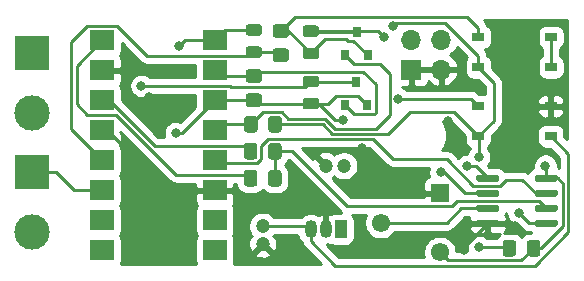
<source format=gbr>
%TF.GenerationSoftware,KiCad,Pcbnew,(5.1.6)-1*%
%TF.CreationDate,2021-01-10T15:05:26+01:00*%
%TF.ProjectId,trainCatcher,74726169-6e43-4617-9463-6865722e6b69,rev?*%
%TF.SameCoordinates,Original*%
%TF.FileFunction,Copper,L1,Top*%
%TF.FilePolarity,Positive*%
%FSLAX46Y46*%
G04 Gerber Fmt 4.6, Leading zero omitted, Abs format (unit mm)*
G04 Created by KiCad (PCBNEW (5.1.6)-1) date 2021-01-10 15:05:26*
%MOMM*%
%LPD*%
G01*
G04 APERTURE LIST*
%TA.AperFunction,ComponentPad*%
%ADD10O,1.700000X1.700000*%
%TD*%
%TA.AperFunction,ComponentPad*%
%ADD11R,1.700000X1.700000*%
%TD*%
%TA.AperFunction,SMDPad,CuDef*%
%ADD12R,0.800000X0.900000*%
%TD*%
%TA.AperFunction,ComponentPad*%
%ADD13C,1.550000*%
%TD*%
%TA.AperFunction,ComponentPad*%
%ADD14R,1.550000X1.550000*%
%TD*%
%TA.AperFunction,SMDPad,CuDef*%
%ADD15R,2.000000X1.780000*%
%TD*%
%TA.AperFunction,SMDPad,CuDef*%
%ADD16R,1.000000X0.800000*%
%TD*%
%TA.AperFunction,ComponentPad*%
%ADD17C,1.200000*%
%TD*%
%TA.AperFunction,ComponentPad*%
%ADD18R,1.050000X1.500000*%
%TD*%
%TA.AperFunction,ComponentPad*%
%ADD19O,1.050000X1.500000*%
%TD*%
%TA.AperFunction,ComponentPad*%
%ADD20R,3.000000X3.000000*%
%TD*%
%TA.AperFunction,ComponentPad*%
%ADD21C,3.000000*%
%TD*%
%TA.AperFunction,ViaPad*%
%ADD22C,0.800000*%
%TD*%
%TA.AperFunction,Conductor*%
%ADD23C,0.250000*%
%TD*%
%TA.AperFunction,Conductor*%
%ADD24C,0.254000*%
%TD*%
G04 APERTURE END LIST*
D10*
%TO.P,J3,4*%
%TO.N,Net-(J3-Pad4)*%
X146685000Y-151320500D03*
%TO.P,J3,3*%
%TO.N,GND*%
X146685000Y-153860500D03*
%TO.P,J3,2*%
%TO.N,Net-(J3-Pad2)*%
X144145000Y-151320500D03*
D11*
%TO.P,J3,1*%
%TO.N,GND*%
X144145000Y-153860500D03*
%TD*%
%TO.P,D5,2*%
%TO.N,Net-(D2-Pad3)*%
%TA.AperFunction,SMDPad,CuDef*%
G36*
G01*
X135179750Y-152009500D02*
X136092250Y-152009500D01*
G75*
G02*
X136336000Y-152253250I0J-243750D01*
G01*
X136336000Y-152740750D01*
G75*
G02*
X136092250Y-152984500I-243750J0D01*
G01*
X135179750Y-152984500D01*
G75*
G02*
X134936000Y-152740750I0J243750D01*
G01*
X134936000Y-152253250D01*
G75*
G02*
X135179750Y-152009500I243750J0D01*
G01*
G37*
%TD.AperFunction*%
%TO.P,D5,1*%
%TO.N,Net-(D5-Pad1)*%
%TA.AperFunction,SMDPad,CuDef*%
G36*
G01*
X135179750Y-150134500D02*
X136092250Y-150134500D01*
G75*
G02*
X136336000Y-150378250I0J-243750D01*
G01*
X136336000Y-150865750D01*
G75*
G02*
X136092250Y-151109500I-243750J0D01*
G01*
X135179750Y-151109500D01*
G75*
G02*
X134936000Y-150865750I0J243750D01*
G01*
X134936000Y-150378250D01*
G75*
G02*
X135179750Y-150134500I243750J0D01*
G01*
G37*
%TD.AperFunction*%
%TD*%
%TO.P,D4,2*%
%TO.N,Net-(D1-Pad3)*%
%TA.AperFunction,SMDPad,CuDef*%
G36*
G01*
X135179750Y-156264000D02*
X136092250Y-156264000D01*
G75*
G02*
X136336000Y-156507750I0J-243750D01*
G01*
X136336000Y-156995250D01*
G75*
G02*
X136092250Y-157239000I-243750J0D01*
G01*
X135179750Y-157239000D01*
G75*
G02*
X134936000Y-156995250I0J243750D01*
G01*
X134936000Y-156507750D01*
G75*
G02*
X135179750Y-156264000I243750J0D01*
G01*
G37*
%TD.AperFunction*%
%TO.P,D4,1*%
%TO.N,Net-(D4-Pad1)*%
%TA.AperFunction,SMDPad,CuDef*%
G36*
G01*
X135179750Y-154389000D02*
X136092250Y-154389000D01*
G75*
G02*
X136336000Y-154632750I0J-243750D01*
G01*
X136336000Y-155120250D01*
G75*
G02*
X136092250Y-155364000I-243750J0D01*
G01*
X135179750Y-155364000D01*
G75*
G02*
X134936000Y-155120250I0J243750D01*
G01*
X134936000Y-154632750D01*
G75*
G02*
X135179750Y-154389000I243750J0D01*
G01*
G37*
%TD.AperFunction*%
%TD*%
D12*
%TO.P,Q2,3*%
%TO.N,Net-(D5-Pad1)*%
X139507000Y-150654000D03*
%TO.P,Q2,2*%
%TO.N,Net-(D2-Pad3)*%
X140457000Y-152654000D03*
%TO.P,Q2,1*%
%TO.N,Net-(Q2-Pad1)*%
X138557000Y-152654000D03*
%TD*%
%TO.P,Q1,3*%
%TO.N,Net-(D4-Pad1)*%
X139446000Y-154876500D03*
%TO.P,Q1,2*%
%TO.N,Net-(D1-Pad3)*%
X140396000Y-156876500D03*
%TO.P,Q1,1*%
%TO.N,Net-(Q1-Pad1)*%
X138496000Y-156876500D03*
%TD*%
D13*
%TO.P,RV1,2*%
%TO.N,Net-(RV1-Pad2)*%
X141558000Y-166838000D03*
D14*
%TO.P,RV1,1*%
%TO.N,GND*%
X146558000Y-164338000D03*
D13*
%TO.P,RV1,3*%
%TO.N,+5V*%
X146558000Y-169338000D03*
%TD*%
D15*
%TO.P,U3,1*%
%TO.N,Net-(R2-Pad2)*%
X117978000Y-151384000D03*
%TO.P,U3,9*%
%TO.N,N/C*%
X127508000Y-169164000D03*
%TO.P,U3,2*%
%TO.N,GND*%
X117978000Y-153924000D03*
%TO.P,U3,10*%
%TO.N,N/C*%
X127508000Y-166624000D03*
%TO.P,U3,3*%
%TO.N,Net-(R3-Pad2)*%
X117978000Y-156464000D03*
%TO.P,U3,11*%
%TO.N,GND*%
X127508000Y-164084000D03*
%TO.P,U3,4*%
X117978000Y-159004000D03*
%TO.P,U3,12*%
%TO.N,Net-(U2-Pad7)*%
X127508000Y-161544000D03*
%TO.P,U3,5*%
%TO.N,Net-(D3-Pad1)*%
X117978000Y-161544000D03*
%TO.P,U3,13*%
%TO.N,Net-(Q2-Pad1)*%
X127508000Y-159004000D03*
%TO.P,U3,6*%
%TO.N,Net-(D1-Pad4)*%
X117978000Y-164084000D03*
%TO.P,U3,14*%
%TO.N,Net-(D1-Pad3)*%
X127508000Y-156464000D03*
%TO.P,U3,7*%
%TO.N,N/C*%
X117978000Y-166624000D03*
%TO.P,U3,15*%
%TO.N,Net-(Q1-Pad1)*%
X127508000Y-153924000D03*
%TO.P,U3,8*%
%TO.N,N/C*%
X117978000Y-169164000D03*
%TO.P,U3,16*%
%TO.N,Net-(D1-Pad4)*%
X127508000Y-151384000D03*
%TD*%
%TO.P,D3,2*%
%TO.N,Net-(D1-Pad4)*%
%TA.AperFunction,SMDPad,CuDef*%
G36*
G01*
X131266250Y-151012500D02*
X130353750Y-151012500D01*
G75*
G02*
X130110000Y-150768750I0J243750D01*
G01*
X130110000Y-150281250D01*
G75*
G02*
X130353750Y-150037500I243750J0D01*
G01*
X131266250Y-150037500D01*
G75*
G02*
X131510000Y-150281250I0J-243750D01*
G01*
X131510000Y-150768750D01*
G75*
G02*
X131266250Y-151012500I-243750J0D01*
G01*
G37*
%TD.AperFunction*%
%TO.P,D3,1*%
%TO.N,Net-(D3-Pad1)*%
%TA.AperFunction,SMDPad,CuDef*%
G36*
G01*
X131266250Y-152887500D02*
X130353750Y-152887500D01*
G75*
G02*
X130110000Y-152643750I0J243750D01*
G01*
X130110000Y-152156250D01*
G75*
G02*
X130353750Y-151912500I243750J0D01*
G01*
X131266250Y-151912500D01*
G75*
G02*
X131510000Y-152156250I0J-243750D01*
G01*
X131510000Y-152643750D01*
G75*
G02*
X131266250Y-152887500I-243750J0D01*
G01*
G37*
%TD.AperFunction*%
%TD*%
%TO.P,U2,8*%
%TO.N,+5V*%
%TA.AperFunction,SMDPad,CuDef*%
G36*
G01*
X154597000Y-163218000D02*
X154597000Y-162918000D01*
G75*
G02*
X154747000Y-162768000I150000J0D01*
G01*
X156397000Y-162768000D01*
G75*
G02*
X156547000Y-162918000I0J-150000D01*
G01*
X156547000Y-163218000D01*
G75*
G02*
X156397000Y-163368000I-150000J0D01*
G01*
X154747000Y-163368000D01*
G75*
G02*
X154597000Y-163218000I0J150000D01*
G01*
G37*
%TD.AperFunction*%
%TO.P,U2,7*%
%TO.N,Net-(U2-Pad7)*%
%TA.AperFunction,SMDPad,CuDef*%
G36*
G01*
X154597000Y-164488000D02*
X154597000Y-164188000D01*
G75*
G02*
X154747000Y-164038000I150000J0D01*
G01*
X156397000Y-164038000D01*
G75*
G02*
X156547000Y-164188000I0J-150000D01*
G01*
X156547000Y-164488000D01*
G75*
G02*
X156397000Y-164638000I-150000J0D01*
G01*
X154747000Y-164638000D01*
G75*
G02*
X154597000Y-164488000I0J150000D01*
G01*
G37*
%TD.AperFunction*%
%TO.P,U2,6*%
%TO.N,Net-(R2-Pad1)*%
%TA.AperFunction,SMDPad,CuDef*%
G36*
G01*
X154597000Y-165758000D02*
X154597000Y-165458000D01*
G75*
G02*
X154747000Y-165308000I150000J0D01*
G01*
X156397000Y-165308000D01*
G75*
G02*
X156547000Y-165458000I0J-150000D01*
G01*
X156547000Y-165758000D01*
G75*
G02*
X156397000Y-165908000I-150000J0D01*
G01*
X154747000Y-165908000D01*
G75*
G02*
X154597000Y-165758000I0J150000D01*
G01*
G37*
%TD.AperFunction*%
%TO.P,U2,5*%
%TO.N,Net-(J3-Pad2)*%
%TA.AperFunction,SMDPad,CuDef*%
G36*
G01*
X154597000Y-167028000D02*
X154597000Y-166728000D01*
G75*
G02*
X154747000Y-166578000I150000J0D01*
G01*
X156397000Y-166578000D01*
G75*
G02*
X156547000Y-166728000I0J-150000D01*
G01*
X156547000Y-167028000D01*
G75*
G02*
X156397000Y-167178000I-150000J0D01*
G01*
X154747000Y-167178000D01*
G75*
G02*
X154597000Y-167028000I0J150000D01*
G01*
G37*
%TD.AperFunction*%
%TO.P,U2,4*%
%TO.N,GND*%
%TA.AperFunction,SMDPad,CuDef*%
G36*
G01*
X149647000Y-167028000D02*
X149647000Y-166728000D01*
G75*
G02*
X149797000Y-166578000I150000J0D01*
G01*
X151447000Y-166578000D01*
G75*
G02*
X151597000Y-166728000I0J-150000D01*
G01*
X151597000Y-167028000D01*
G75*
G02*
X151447000Y-167178000I-150000J0D01*
G01*
X149797000Y-167178000D01*
G75*
G02*
X149647000Y-167028000I0J150000D01*
G01*
G37*
%TD.AperFunction*%
%TO.P,U2,3*%
%TO.N,Net-(RV1-Pad2)*%
%TA.AperFunction,SMDPad,CuDef*%
G36*
G01*
X149647000Y-165758000D02*
X149647000Y-165458000D01*
G75*
G02*
X149797000Y-165308000I150000J0D01*
G01*
X151447000Y-165308000D01*
G75*
G02*
X151597000Y-165458000I0J-150000D01*
G01*
X151597000Y-165758000D01*
G75*
G02*
X151447000Y-165908000I-150000J0D01*
G01*
X149797000Y-165908000D01*
G75*
G02*
X149647000Y-165758000I0J150000D01*
G01*
G37*
%TD.AperFunction*%
%TO.P,U2,2*%
%TO.N,Net-(J3-Pad4)*%
%TA.AperFunction,SMDPad,CuDef*%
G36*
G01*
X149647000Y-164488000D02*
X149647000Y-164188000D01*
G75*
G02*
X149797000Y-164038000I150000J0D01*
G01*
X151447000Y-164038000D01*
G75*
G02*
X151597000Y-164188000I0J-150000D01*
G01*
X151597000Y-164488000D01*
G75*
G02*
X151447000Y-164638000I-150000J0D01*
G01*
X149797000Y-164638000D01*
G75*
G02*
X149647000Y-164488000I0J150000D01*
G01*
G37*
%TD.AperFunction*%
%TO.P,U2,1*%
%TO.N,Net-(R1-Pad1)*%
%TA.AperFunction,SMDPad,CuDef*%
G36*
G01*
X149647000Y-163218000D02*
X149647000Y-162918000D01*
G75*
G02*
X149797000Y-162768000I150000J0D01*
G01*
X151447000Y-162768000D01*
G75*
G02*
X151597000Y-162918000I0J-150000D01*
G01*
X151597000Y-163218000D01*
G75*
G02*
X151447000Y-163368000I-150000J0D01*
G01*
X149797000Y-163368000D01*
G75*
G02*
X149647000Y-163218000I0J150000D01*
G01*
G37*
%TD.AperFunction*%
%TD*%
D16*
%TO.P,D2,4*%
%TO.N,Net-(D1-Pad4)*%
X149833000Y-153670000D03*
%TO.P,D2,3*%
%TO.N,Net-(D2-Pad3)*%
X149833000Y-151130000D03*
%TO.P,D2,2*%
%TO.N,Net-(D2-Pad1)*%
X155983000Y-151130000D03*
%TO.P,D2,1*%
X155983000Y-153670000D03*
%TD*%
D17*
%TO.P,C2,2*%
%TO.N,GND*%
X136930000Y-162000000D03*
%TO.P,C2,1*%
%TO.N,+5V*%
X138430000Y-162000000D03*
%TD*%
%TO.P,C1,2*%
%TO.N,GND*%
X131572000Y-168632000D03*
%TO.P,C1,1*%
%TO.N,Net-(C1-Pad1)*%
X131572000Y-167132000D03*
%TD*%
D18*
%TO.P,U1,1*%
%TO.N,+5V*%
X138176000Y-167386000D03*
D19*
%TO.P,U1,3*%
%TO.N,Net-(C1-Pad1)*%
X135636000Y-167386000D03*
%TO.P,U1,2*%
%TO.N,GND*%
X136906000Y-167386000D03*
%TD*%
D16*
%TO.P,D1,4*%
%TO.N,Net-(D1-Pad4)*%
X149806000Y-159512000D03*
%TO.P,D1,3*%
%TO.N,Net-(D1-Pad3)*%
X149806000Y-156972000D03*
%TO.P,D1,2*%
%TO.N,GND*%
X155956000Y-156972000D03*
%TO.P,D1,1*%
%TO.N,Net-(C1-Pad1)*%
X155956000Y-159512000D03*
%TD*%
D20*
%TO.P,J1,1*%
%TO.N,Net-(D1-Pad4)*%
X112000000Y-162560000D03*
D21*
%TO.P,J1,2*%
%TO.N,Net-(D1-Pad3)*%
X112000000Y-167640000D03*
%TD*%
%TO.P,J2,2*%
%TO.N,Net-(D4-Pad1)*%
X112000000Y-157536000D03*
D20*
%TO.P,J2,1*%
%TO.N,Net-(D5-Pad1)*%
X112000000Y-152456000D03*
%TD*%
%TO.P,R1,1*%
%TO.N,Net-(R1-Pad1)*%
%TA.AperFunction,SMDPad,CuDef*%
G36*
G01*
X151875000Y-169450001D02*
X151875000Y-168549999D01*
G75*
G02*
X152124999Y-168300000I249999J0D01*
G01*
X152775001Y-168300000D01*
G75*
G02*
X153025000Y-168549999I0J-249999D01*
G01*
X153025000Y-169450001D01*
G75*
G02*
X152775001Y-169700000I-249999J0D01*
G01*
X152124999Y-169700000D01*
G75*
G02*
X151875000Y-169450001I0J249999D01*
G01*
G37*
%TD.AperFunction*%
%TO.P,R1,2*%
%TO.N,+5V*%
%TA.AperFunction,SMDPad,CuDef*%
G36*
G01*
X153925000Y-169450001D02*
X153925000Y-168549999D01*
G75*
G02*
X154174999Y-168300000I249999J0D01*
G01*
X154825001Y-168300000D01*
G75*
G02*
X155075000Y-168549999I0J-249999D01*
G01*
X155075000Y-169450001D01*
G75*
G02*
X154825001Y-169700000I-249999J0D01*
G01*
X154174999Y-169700000D01*
G75*
G02*
X153925000Y-169450001I0J249999D01*
G01*
G37*
%TD.AperFunction*%
%TD*%
%TO.P,R2,1*%
%TO.N,Net-(R2-Pad1)*%
%TA.AperFunction,SMDPad,CuDef*%
G36*
G01*
X133163000Y-162617999D02*
X133163000Y-163518001D01*
G75*
G02*
X132913001Y-163768000I-249999J0D01*
G01*
X132262999Y-163768000D01*
G75*
G02*
X132013000Y-163518001I0J249999D01*
G01*
X132013000Y-162617999D01*
G75*
G02*
X132262999Y-162368000I249999J0D01*
G01*
X132913001Y-162368000D01*
G75*
G02*
X133163000Y-162617999I0J-249999D01*
G01*
G37*
%TD.AperFunction*%
%TO.P,R2,2*%
%TO.N,Net-(R2-Pad2)*%
%TA.AperFunction,SMDPad,CuDef*%
G36*
G01*
X131113000Y-162617999D02*
X131113000Y-163518001D01*
G75*
G02*
X130863001Y-163768000I-249999J0D01*
G01*
X130212999Y-163768000D01*
G75*
G02*
X129963000Y-163518001I0J249999D01*
G01*
X129963000Y-162617999D01*
G75*
G02*
X130212999Y-162368000I249999J0D01*
G01*
X130863001Y-162368000D01*
G75*
G02*
X131113000Y-162617999I0J-249999D01*
G01*
G37*
%TD.AperFunction*%
%TD*%
%TO.P,R3,2*%
%TO.N,Net-(R3-Pad2)*%
%TA.AperFunction,SMDPad,CuDef*%
G36*
G01*
X131113000Y-160331999D02*
X131113000Y-161232001D01*
G75*
G02*
X130863001Y-161482000I-249999J0D01*
G01*
X130212999Y-161482000D01*
G75*
G02*
X129963000Y-161232001I0J249999D01*
G01*
X129963000Y-160331999D01*
G75*
G02*
X130212999Y-160082000I249999J0D01*
G01*
X130863001Y-160082000D01*
G75*
G02*
X131113000Y-160331999I0J-249999D01*
G01*
G37*
%TD.AperFunction*%
%TO.P,R3,1*%
%TO.N,Net-(R2-Pad1)*%
%TA.AperFunction,SMDPad,CuDef*%
G36*
G01*
X133163000Y-160331999D02*
X133163000Y-161232001D01*
G75*
G02*
X132913001Y-161482000I-249999J0D01*
G01*
X132262999Y-161482000D01*
G75*
G02*
X132013000Y-161232001I0J249999D01*
G01*
X132013000Y-160331999D01*
G75*
G02*
X132262999Y-160082000I249999J0D01*
G01*
X132913001Y-160082000D01*
G75*
G02*
X133163000Y-160331999I0J-249999D01*
G01*
G37*
%TD.AperFunction*%
%TD*%
%TO.P,R4,2*%
%TO.N,Net-(D2-Pad3)*%
%TA.AperFunction,SMDPad,CuDef*%
G36*
G01*
X133546001Y-151179000D02*
X132645999Y-151179000D01*
G75*
G02*
X132396000Y-150929001I0J249999D01*
G01*
X132396000Y-150278999D01*
G75*
G02*
X132645999Y-150029000I249999J0D01*
G01*
X133546001Y-150029000D01*
G75*
G02*
X133796000Y-150278999I0J-249999D01*
G01*
X133796000Y-150929001D01*
G75*
G02*
X133546001Y-151179000I-249999J0D01*
G01*
G37*
%TD.AperFunction*%
%TO.P,R4,1*%
%TO.N,Net-(D3-Pad1)*%
%TA.AperFunction,SMDPad,CuDef*%
G36*
G01*
X133546001Y-153229000D02*
X132645999Y-153229000D01*
G75*
G02*
X132396000Y-152979001I0J249999D01*
G01*
X132396000Y-152328999D01*
G75*
G02*
X132645999Y-152079000I249999J0D01*
G01*
X133546001Y-152079000D01*
G75*
G02*
X133796000Y-152328999I0J-249999D01*
G01*
X133796000Y-152979001D01*
G75*
G02*
X133546001Y-153229000I-249999J0D01*
G01*
G37*
%TD.AperFunction*%
%TD*%
%TO.P,R5,2*%
%TO.N,Net-(Q1-Pad1)*%
%TA.AperFunction,SMDPad,CuDef*%
G36*
G01*
X131260001Y-154989000D02*
X130359999Y-154989000D01*
G75*
G02*
X130110000Y-154739001I0J249999D01*
G01*
X130110000Y-154088999D01*
G75*
G02*
X130359999Y-153839000I249999J0D01*
G01*
X131260001Y-153839000D01*
G75*
G02*
X131510000Y-154088999I0J-249999D01*
G01*
X131510000Y-154739001D01*
G75*
G02*
X131260001Y-154989000I-249999J0D01*
G01*
G37*
%TD.AperFunction*%
%TO.P,R5,1*%
%TO.N,Net-(D1-Pad3)*%
%TA.AperFunction,SMDPad,CuDef*%
G36*
G01*
X131260001Y-157039000D02*
X130359999Y-157039000D01*
G75*
G02*
X130110000Y-156789001I0J249999D01*
G01*
X130110000Y-156138999D01*
G75*
G02*
X130359999Y-155889000I249999J0D01*
G01*
X131260001Y-155889000D01*
G75*
G02*
X131510000Y-156138999I0J-249999D01*
G01*
X131510000Y-156789001D01*
G75*
G02*
X131260001Y-157039000I-249999J0D01*
G01*
G37*
%TD.AperFunction*%
%TD*%
%TO.P,R6,1*%
%TO.N,Net-(Q2-Pad1)*%
%TA.AperFunction,SMDPad,CuDef*%
G36*
G01*
X129981000Y-158946001D02*
X129981000Y-158045999D01*
G75*
G02*
X130230999Y-157796000I249999J0D01*
G01*
X130881001Y-157796000D01*
G75*
G02*
X131131000Y-158045999I0J-249999D01*
G01*
X131131000Y-158946001D01*
G75*
G02*
X130881001Y-159196000I-249999J0D01*
G01*
X130230999Y-159196000D01*
G75*
G02*
X129981000Y-158946001I0J249999D01*
G01*
G37*
%TD.AperFunction*%
%TO.P,R6,2*%
%TO.N,Net-(D1-Pad4)*%
%TA.AperFunction,SMDPad,CuDef*%
G36*
G01*
X132031000Y-158946001D02*
X132031000Y-158045999D01*
G75*
G02*
X132280999Y-157796000I249999J0D01*
G01*
X132931001Y-157796000D01*
G75*
G02*
X133181000Y-158045999I0J-249999D01*
G01*
X133181000Y-158946001D01*
G75*
G02*
X132931001Y-159196000I-249999J0D01*
G01*
X132280999Y-159196000D01*
G75*
G02*
X132031000Y-158946001I0J249999D01*
G01*
G37*
%TD.AperFunction*%
%TD*%
D22*
%TO.N,Net-(D1-Pad4)*%
X149860000Y-161290000D03*
X124460000Y-151892000D03*
X142621000Y-150177500D03*
%TO.N,Net-(D1-Pad3)*%
X124206000Y-159258000D03*
X138366500Y-158115000D03*
X143028500Y-156337000D03*
%TO.N,Net-(R1-Pad1)*%
X148844000Y-162052000D03*
X149860000Y-168910000D03*
%TO.N,GND*%
X139954000Y-160528000D03*
X152908000Y-167132000D03*
X148590000Y-169164000D03*
X121920000Y-156210000D03*
X121158000Y-162560000D03*
X121412000Y-168402000D03*
X152908000Y-157734000D03*
X121158000Y-153924000D03*
X147256500Y-158242000D03*
X139954000Y-163576000D03*
%TO.N,Net-(J3-Pad2)*%
X153225500Y-165989000D03*
%TO.N,+5V*%
X155500000Y-162000000D03*
%TO.N,Net-(D4-Pad1)*%
X121293501Y-155248999D03*
%TO.N,Net-(D5-Pad1)*%
X141859000Y-151130000D03*
%TO.N,Net-(J3-Pad4)*%
X146621500Y-162560000D03*
%TD*%
D23*
%TO.N,Net-(C1-Pad1)*%
X135382000Y-167132000D02*
X135636000Y-167386000D01*
X131572000Y-167132000D02*
X135382000Y-167132000D01*
X135636000Y-168386000D02*
X135636000Y-167386000D01*
X154613170Y-170475020D02*
X137725020Y-170475020D01*
X137725020Y-170475020D02*
X135636000Y-168386000D01*
X157450009Y-167638181D02*
X154613170Y-170475020D01*
X157450009Y-161006009D02*
X157450009Y-167638181D01*
X155956000Y-159512000D02*
X157450009Y-161006009D01*
%TO.N,Net-(D1-Pad4)*%
X112000000Y-162560000D02*
X114046000Y-162560000D01*
X115570000Y-164084000D02*
X117978000Y-164084000D01*
X114046000Y-162560000D02*
X115570000Y-164084000D01*
X128367000Y-150525000D02*
X127508000Y-151384000D01*
X130810000Y-150525000D02*
X128367000Y-150525000D01*
X149806000Y-159512000D02*
X151130000Y-158188000D01*
X151130000Y-154967000D02*
X149833000Y-153670000D01*
X151130000Y-158188000D02*
X151130000Y-154967000D01*
X149860000Y-159566000D02*
X149806000Y-159512000D01*
X149860000Y-161290000D02*
X149860000Y-159566000D01*
X127508000Y-151384000D02*
X124968000Y-151384000D01*
X124968000Y-151384000D02*
X124460000Y-151892000D01*
X136650590Y-158496000D02*
X132606000Y-158496000D01*
X147774000Y-157480000D02*
X144026498Y-157480000D01*
X142199518Y-159306980D02*
X137461570Y-159306980D01*
X137461570Y-159306980D02*
X136650590Y-158496000D01*
X149806000Y-159512000D02*
X147774000Y-157480000D01*
X144026498Y-157480000D02*
X142199518Y-159306980D01*
X149833000Y-152729498D02*
X147027002Y-149923500D01*
X149833000Y-153670000D02*
X149833000Y-152729498D01*
X147027002Y-149923500D02*
X142875000Y-149923500D01*
X142875000Y-149923500D02*
X142621000Y-150177500D01*
%TO.N,Net-(D1-Pad3)*%
X130810000Y-156464000D02*
X127508000Y-156464000D01*
X127508000Y-156464000D02*
X124714000Y-159258000D01*
X124714000Y-159258000D02*
X124206000Y-159258000D01*
X130840000Y-156434000D02*
X130810000Y-156464000D01*
X135636000Y-156751500D02*
X130840000Y-156751500D01*
X139620999Y-156101499D02*
X137776501Y-156101499D01*
X140396000Y-156876500D02*
X139620999Y-156101499D01*
X137126500Y-156751500D02*
X135636000Y-156751500D01*
X137776501Y-156101499D02*
X137126500Y-156751500D01*
X135636000Y-156751500D02*
X136368000Y-156751500D01*
X136336000Y-156751500D02*
X137699500Y-158115000D01*
X135636000Y-156751500D02*
X136336000Y-156751500D01*
X137699500Y-158115000D02*
X138366500Y-158115000D01*
X149171000Y-156337000D02*
X149806000Y-156972000D01*
X143028500Y-156337000D02*
X149171000Y-156337000D01*
%TO.N,Net-(D2-Pad3)*%
X134299990Y-149400010D02*
X133096000Y-150604000D01*
X148892010Y-149400010D02*
X134299990Y-149400010D01*
X149833000Y-151130000D02*
X149833000Y-150341000D01*
X149833000Y-150341000D02*
X148892010Y-149400010D01*
X133743000Y-150604000D02*
X133096000Y-150604000D01*
X135636000Y-152497000D02*
X133743000Y-150604000D01*
X135636000Y-152497000D02*
X136876000Y-151257000D01*
X136876000Y-151257000D02*
X138620500Y-151257000D01*
X138620500Y-151257000D02*
X138792501Y-151429001D01*
X139232001Y-151429001D02*
X140457000Y-152654000D01*
X138792501Y-151429001D02*
X139232001Y-151429001D01*
%TO.N,Net-(R1-Pad1)*%
X152360000Y-168910000D02*
X152450000Y-169000000D01*
X149860000Y-168910000D02*
X152360000Y-168910000D01*
X149606000Y-162052000D02*
X150622000Y-163068000D01*
X148844000Y-162052000D02*
X149606000Y-162052000D01*
%TO.N,Net-(R2-Pad1)*%
X147593001Y-165438001D02*
X138724413Y-165438001D01*
X138724413Y-165438001D02*
X134068412Y-160782000D01*
X148048012Y-164982990D02*
X147593001Y-165438001D01*
X134068412Y-160782000D02*
X132588000Y-160782000D01*
X154946990Y-164982990D02*
X148048012Y-164982990D01*
X155572000Y-165608000D02*
X154946990Y-164982990D01*
X132588000Y-160782000D02*
X132588000Y-163068000D01*
%TO.N,Net-(R2-Pad2)*%
X116717999Y-157679001D02*
X115824000Y-156785002D01*
X119128003Y-157679001D02*
X116717999Y-157679001D01*
X124208003Y-162759001D02*
X119128003Y-157679001D01*
X130538000Y-163068000D02*
X130229001Y-162759001D01*
X130229001Y-162759001D02*
X124208003Y-162759001D01*
X115824000Y-153538000D02*
X117978000Y-151384000D01*
X115824000Y-156785002D02*
X115824000Y-153538000D01*
%TO.N,Net-(R3-Pad2)*%
X118549412Y-156464000D02*
X117978000Y-156464000D01*
X122414411Y-160328999D02*
X118549412Y-156464000D01*
X130538000Y-160782000D02*
X130084999Y-160328999D01*
X130084999Y-160328999D02*
X122414411Y-160328999D01*
%TO.N,Net-(U2-Pad7)*%
X154686000Y-164338000D02*
X155572000Y-164338000D01*
X153538768Y-163190768D02*
X154686000Y-164338000D01*
X152146000Y-163190768D02*
X153538768Y-163190768D01*
X149412008Y-163693010D02*
X151643758Y-163693010D01*
X147155999Y-161437001D02*
X149412008Y-163693010D01*
X151643758Y-163693010D02*
X152146000Y-163190768D01*
X131438010Y-160343800D02*
X132024820Y-159756990D01*
X132024820Y-159756990D02*
X140920988Y-159756990D01*
X142600999Y-161437001D02*
X147155999Y-161437001D01*
X140920988Y-159756990D02*
X142600999Y-161437001D01*
X127508000Y-161544000D02*
X127771010Y-161807010D01*
X131438010Y-161470180D02*
X131438010Y-160343800D01*
X127771010Y-161807010D02*
X131101180Y-161807010D01*
X131101180Y-161807010D02*
X131438010Y-161470180D01*
%TO.N,GND*%
X148590000Y-168910000D02*
X148590000Y-169164000D01*
X150622000Y-166878000D02*
X148590000Y-168910000D01*
X117978000Y-159004000D02*
X118618000Y-159004000D01*
X117978000Y-159004000D02*
X118364000Y-159004000D01*
X123444000Y-164084000D02*
X127508000Y-164084000D01*
X118364000Y-159004000D02*
X123444000Y-164084000D01*
X117978000Y-153924000D02*
X121158000Y-153924000D01*
%TO.N,Net-(D2-Pad1)*%
X155983000Y-153670000D02*
X155983000Y-151130000D01*
%TO.N,Net-(D3-Pad1)*%
X132842000Y-152400000D02*
X133096000Y-152654000D01*
X130810000Y-152400000D02*
X132842000Y-152400000D01*
X115373990Y-158939990D02*
X117978000Y-161544000D01*
X115373990Y-151513008D02*
X115373990Y-158939990D01*
X116717999Y-150168999D02*
X115373990Y-151513008D01*
X119238001Y-150168999D02*
X116717999Y-150168999D01*
X121778001Y-152708999D02*
X119238001Y-150168999D01*
X130501001Y-152708999D02*
X121778001Y-152708999D01*
X130810000Y-152400000D02*
X130501001Y-152708999D01*
%TO.N,Net-(J3-Pad2)*%
X154114500Y-166878000D02*
X155572000Y-166878000D01*
X153225500Y-165989000D02*
X154114500Y-166878000D01*
%TO.N,Net-(RV1-Pad2)*%
X141558000Y-166838000D02*
X147162000Y-166838000D01*
X148392000Y-165608000D02*
X150622000Y-165608000D01*
X147162000Y-166838000D02*
X148392000Y-165608000D01*
%TO.N,+5V*%
X155572000Y-163068000D02*
X155572000Y-162072000D01*
X155572000Y-162072000D02*
X155500000Y-162000000D01*
X156547000Y-163068000D02*
X157000000Y-163521000D01*
X155572000Y-163068000D02*
X156547000Y-163068000D01*
X157000000Y-163521000D02*
X157000000Y-167096768D01*
X155096768Y-169000000D02*
X154500000Y-169000000D01*
X157000000Y-167096768D02*
X155096768Y-169000000D01*
X147245010Y-170025010D02*
X146558000Y-169338000D01*
X153474990Y-170025010D02*
X147245010Y-170025010D01*
X154500000Y-169000000D02*
X153474990Y-170025010D01*
%TO.N,Net-(Q1-Pad1)*%
X127998000Y-154414000D02*
X127508000Y-153924000D01*
X130810000Y-154414000D02*
X127998000Y-154414000D01*
X140988999Y-157651501D02*
X139271001Y-157651501D01*
X130810000Y-154414000D02*
X131160010Y-154063990D01*
X131160010Y-154063990D02*
X140093990Y-154063990D01*
X139271001Y-157651501D02*
X138496000Y-156876500D01*
X140093990Y-154063990D02*
X141121001Y-155091001D01*
X141121001Y-155091001D02*
X141121001Y-157519499D01*
X141121001Y-157519499D02*
X140988999Y-157651501D01*
%TO.N,Net-(Q2-Pad1)*%
X128016000Y-158496000D02*
X127508000Y-159004000D01*
X130556000Y-158496000D02*
X128016000Y-158496000D01*
X139332001Y-153429001D02*
X138557000Y-152654000D01*
X141117030Y-158856970D02*
X142303500Y-157670500D01*
X137647970Y-158856970D02*
X141117030Y-158856970D01*
X141464999Y-153429001D02*
X139332001Y-153429001D01*
X142303500Y-157670500D02*
X142303500Y-154267502D01*
X131581010Y-157470990D02*
X133169180Y-157470990D01*
X142303500Y-154267502D02*
X141464999Y-153429001D01*
X130556000Y-158496000D02*
X131581010Y-157470990D01*
X133169180Y-157470990D02*
X133744180Y-158045990D01*
X133744180Y-158045990D02*
X136836990Y-158045990D01*
X136836990Y-158045990D02*
X137647970Y-158856970D01*
%TO.N,Net-(D4-Pad1)*%
X139446000Y-154876500D02*
X135636000Y-154876500D01*
X128768001Y-155248999D02*
X121293501Y-155248999D01*
X135636000Y-154876500D02*
X135150473Y-155362027D01*
X128881029Y-155362027D02*
X128768001Y-155248999D01*
X135150473Y-155362027D02*
X128881029Y-155362027D01*
%TO.N,Net-(D5-Pad1)*%
X135668000Y-150654000D02*
X135636000Y-150622000D01*
X139507000Y-150654000D02*
X135668000Y-150654000D01*
X135636000Y-150622000D02*
X141351000Y-150622000D01*
X141351000Y-150622000D02*
X141859000Y-151130000D01*
%TO.N,Net-(J3-Pad4)*%
X148693002Y-164338000D02*
X146915002Y-162560000D01*
X150622000Y-164338000D02*
X148693002Y-164338000D01*
X146915002Y-162560000D02*
X146621500Y-162560000D01*
%TD*%
D24*
%TO.N,GND*%
G36*
X123644203Y-163270003D02*
G01*
X123668002Y-163299002D01*
X123697000Y-163322800D01*
X123783726Y-163393975D01*
X123907092Y-163459916D01*
X123915756Y-163464547D01*
X124059017Y-163508004D01*
X124170670Y-163519001D01*
X124170680Y-163519001D01*
X124208003Y-163522677D01*
X124245326Y-163519001D01*
X125871580Y-163519001D01*
X125873000Y-163798250D01*
X126031750Y-163957000D01*
X127381000Y-163957000D01*
X127381000Y-163937000D01*
X127635000Y-163937000D01*
X127635000Y-163957000D01*
X128984250Y-163957000D01*
X129143000Y-163798250D01*
X129144420Y-163519001D01*
X129325026Y-163519001D01*
X129341992Y-163691255D01*
X129392528Y-163857851D01*
X129474595Y-164011387D01*
X129585038Y-164145962D01*
X129719613Y-164256405D01*
X129873149Y-164338472D01*
X130039745Y-164389008D01*
X130212999Y-164406072D01*
X130863001Y-164406072D01*
X131036255Y-164389008D01*
X131202851Y-164338472D01*
X131356387Y-164256405D01*
X131490962Y-164145962D01*
X131563000Y-164058184D01*
X131635038Y-164145962D01*
X131769613Y-164256405D01*
X131923149Y-164338472D01*
X132089745Y-164389008D01*
X132262999Y-164406072D01*
X132913001Y-164406072D01*
X133086255Y-164389008D01*
X133252851Y-164338472D01*
X133406387Y-164256405D01*
X133540962Y-164145962D01*
X133651405Y-164011387D01*
X133733472Y-163857851D01*
X133784008Y-163691255D01*
X133801072Y-163518001D01*
X133801072Y-162617999D01*
X133784008Y-162444745D01*
X133733472Y-162278149D01*
X133651405Y-162124613D01*
X133540962Y-161990038D01*
X133461713Y-161925000D01*
X133540962Y-161859962D01*
X133651405Y-161725387D01*
X133733472Y-161571851D01*
X133742527Y-161542000D01*
X133753611Y-161542000D01*
X138160614Y-165949004D01*
X138184412Y-165978002D01*
X138208692Y-165997928D01*
X137651000Y-165997928D01*
X137526518Y-166010188D01*
X137406820Y-166046498D01*
X137341943Y-166081176D01*
X137273337Y-166050728D01*
X137211810Y-166042036D01*
X137033000Y-166167837D01*
X137033000Y-166485765D01*
X137025188Y-166511518D01*
X137012928Y-166636000D01*
X137012928Y-167533000D01*
X136796000Y-167533000D01*
X136796000Y-167104022D01*
X136779215Y-166933601D01*
X136779000Y-166932892D01*
X136779000Y-166167837D01*
X136600190Y-166042036D01*
X136538663Y-166050728D01*
X136329118Y-166143725D01*
X136270669Y-166184929D01*
X136082060Y-166084115D01*
X135863400Y-166017785D01*
X135636000Y-165995388D01*
X135408601Y-166017785D01*
X135189941Y-166084115D01*
X134988422Y-166191829D01*
X134811789Y-166336788D01*
X134782891Y-166372000D01*
X132549506Y-166372000D01*
X132531287Y-166344733D01*
X132359267Y-166172713D01*
X132156992Y-166037557D01*
X131932236Y-165944460D01*
X131693637Y-165897000D01*
X131450363Y-165897000D01*
X131211764Y-165944460D01*
X130987008Y-166037557D01*
X130784733Y-166172713D01*
X130612713Y-166344733D01*
X130477557Y-166547008D01*
X130384460Y-166771764D01*
X130337000Y-167010363D01*
X130337000Y-167253637D01*
X130384460Y-167492236D01*
X130477557Y-167716992D01*
X130612713Y-167919267D01*
X130666979Y-167973533D01*
X130498652Y-168009148D01*
X130397763Y-168230516D01*
X130342000Y-168467313D01*
X130333505Y-168710438D01*
X130372605Y-168950549D01*
X130457798Y-169178418D01*
X130498652Y-169254852D01*
X130722236Y-169302159D01*
X131392395Y-168632000D01*
X131378253Y-168617858D01*
X131557858Y-168438253D01*
X131572000Y-168452395D01*
X131586143Y-168438253D01*
X131765748Y-168617858D01*
X131751605Y-168632000D01*
X132421764Y-169302159D01*
X132645348Y-169254852D01*
X132746237Y-169033484D01*
X132802000Y-168796687D01*
X132810495Y-168553562D01*
X132771395Y-168313451D01*
X132686202Y-168085582D01*
X132645348Y-168009148D01*
X132477021Y-167973533D01*
X132531287Y-167919267D01*
X132549506Y-167892000D01*
X134509045Y-167892000D01*
X134559115Y-168057059D01*
X134666829Y-168258578D01*
X134811788Y-168435212D01*
X134882920Y-168493588D01*
X134886997Y-168534985D01*
X134922281Y-168651302D01*
X134930454Y-168678246D01*
X135001026Y-168810276D01*
X135002117Y-168811605D01*
X135095999Y-168926001D01*
X135125002Y-168949804D01*
X136465198Y-170290000D01*
X129099983Y-170290000D01*
X129133812Y-170178482D01*
X129146072Y-170054000D01*
X129146072Y-169481764D01*
X130901841Y-169481764D01*
X130949148Y-169705348D01*
X131170516Y-169806237D01*
X131407313Y-169862000D01*
X131650438Y-169870495D01*
X131890549Y-169831395D01*
X132118418Y-169746202D01*
X132194852Y-169705348D01*
X132242159Y-169481764D01*
X131572000Y-168811605D01*
X130901841Y-169481764D01*
X129146072Y-169481764D01*
X129146072Y-168274000D01*
X129133812Y-168149518D01*
X129097502Y-168029820D01*
X129038537Y-167919506D01*
X129017605Y-167894000D01*
X129038537Y-167868494D01*
X129097502Y-167758180D01*
X129133812Y-167638482D01*
X129146072Y-167514000D01*
X129146072Y-165734000D01*
X129133812Y-165609518D01*
X129097502Y-165489820D01*
X129038537Y-165379506D01*
X129017605Y-165354000D01*
X129038537Y-165328494D01*
X129097502Y-165218180D01*
X129133812Y-165098482D01*
X129146072Y-164974000D01*
X129143000Y-164369750D01*
X128984250Y-164211000D01*
X127635000Y-164211000D01*
X127635000Y-164231000D01*
X127381000Y-164231000D01*
X127381000Y-164211000D01*
X126031750Y-164211000D01*
X125873000Y-164369750D01*
X125869928Y-164974000D01*
X125882188Y-165098482D01*
X125918498Y-165218180D01*
X125977463Y-165328494D01*
X125998395Y-165354000D01*
X125977463Y-165379506D01*
X125918498Y-165489820D01*
X125882188Y-165609518D01*
X125869928Y-165734000D01*
X125869928Y-167514000D01*
X125882188Y-167638482D01*
X125918498Y-167758180D01*
X125977463Y-167868494D01*
X125998395Y-167894000D01*
X125977463Y-167919506D01*
X125918498Y-168029820D01*
X125882188Y-168149518D01*
X125869928Y-168274000D01*
X125869928Y-170054000D01*
X125882188Y-170178482D01*
X125916017Y-170290000D01*
X119569983Y-170290000D01*
X119603812Y-170178482D01*
X119616072Y-170054000D01*
X119616072Y-168274000D01*
X119603812Y-168149518D01*
X119567502Y-168029820D01*
X119508537Y-167919506D01*
X119487605Y-167894000D01*
X119508537Y-167868494D01*
X119567502Y-167758180D01*
X119603812Y-167638482D01*
X119616072Y-167514000D01*
X119616072Y-165734000D01*
X119603812Y-165609518D01*
X119567502Y-165489820D01*
X119508537Y-165379506D01*
X119487605Y-165354000D01*
X119508537Y-165328494D01*
X119567502Y-165218180D01*
X119603812Y-165098482D01*
X119616072Y-164974000D01*
X119616072Y-163194000D01*
X119603812Y-163069518D01*
X119567502Y-162949820D01*
X119508537Y-162839506D01*
X119487605Y-162814000D01*
X119508537Y-162788494D01*
X119567502Y-162678180D01*
X119603812Y-162558482D01*
X119616072Y-162434000D01*
X119616072Y-160654000D01*
X119603812Y-160529518D01*
X119567502Y-160409820D01*
X119508537Y-160299506D01*
X119487605Y-160274000D01*
X119508537Y-160248494D01*
X119567502Y-160138180D01*
X119603812Y-160018482D01*
X119616072Y-159894000D01*
X119613000Y-159289750D01*
X119454252Y-159131002D01*
X119505203Y-159131002D01*
X123644203Y-163270003D01*
G37*
X123644203Y-163270003D02*
X123668002Y-163299002D01*
X123697000Y-163322800D01*
X123783726Y-163393975D01*
X123907092Y-163459916D01*
X123915756Y-163464547D01*
X124059017Y-163508004D01*
X124170670Y-163519001D01*
X124170680Y-163519001D01*
X124208003Y-163522677D01*
X124245326Y-163519001D01*
X125871580Y-163519001D01*
X125873000Y-163798250D01*
X126031750Y-163957000D01*
X127381000Y-163957000D01*
X127381000Y-163937000D01*
X127635000Y-163937000D01*
X127635000Y-163957000D01*
X128984250Y-163957000D01*
X129143000Y-163798250D01*
X129144420Y-163519001D01*
X129325026Y-163519001D01*
X129341992Y-163691255D01*
X129392528Y-163857851D01*
X129474595Y-164011387D01*
X129585038Y-164145962D01*
X129719613Y-164256405D01*
X129873149Y-164338472D01*
X130039745Y-164389008D01*
X130212999Y-164406072D01*
X130863001Y-164406072D01*
X131036255Y-164389008D01*
X131202851Y-164338472D01*
X131356387Y-164256405D01*
X131490962Y-164145962D01*
X131563000Y-164058184D01*
X131635038Y-164145962D01*
X131769613Y-164256405D01*
X131923149Y-164338472D01*
X132089745Y-164389008D01*
X132262999Y-164406072D01*
X132913001Y-164406072D01*
X133086255Y-164389008D01*
X133252851Y-164338472D01*
X133406387Y-164256405D01*
X133540962Y-164145962D01*
X133651405Y-164011387D01*
X133733472Y-163857851D01*
X133784008Y-163691255D01*
X133801072Y-163518001D01*
X133801072Y-162617999D01*
X133784008Y-162444745D01*
X133733472Y-162278149D01*
X133651405Y-162124613D01*
X133540962Y-161990038D01*
X133461713Y-161925000D01*
X133540962Y-161859962D01*
X133651405Y-161725387D01*
X133733472Y-161571851D01*
X133742527Y-161542000D01*
X133753611Y-161542000D01*
X138160614Y-165949004D01*
X138184412Y-165978002D01*
X138208692Y-165997928D01*
X137651000Y-165997928D01*
X137526518Y-166010188D01*
X137406820Y-166046498D01*
X137341943Y-166081176D01*
X137273337Y-166050728D01*
X137211810Y-166042036D01*
X137033000Y-166167837D01*
X137033000Y-166485765D01*
X137025188Y-166511518D01*
X137012928Y-166636000D01*
X137012928Y-167533000D01*
X136796000Y-167533000D01*
X136796000Y-167104022D01*
X136779215Y-166933601D01*
X136779000Y-166932892D01*
X136779000Y-166167837D01*
X136600190Y-166042036D01*
X136538663Y-166050728D01*
X136329118Y-166143725D01*
X136270669Y-166184929D01*
X136082060Y-166084115D01*
X135863400Y-166017785D01*
X135636000Y-165995388D01*
X135408601Y-166017785D01*
X135189941Y-166084115D01*
X134988422Y-166191829D01*
X134811789Y-166336788D01*
X134782891Y-166372000D01*
X132549506Y-166372000D01*
X132531287Y-166344733D01*
X132359267Y-166172713D01*
X132156992Y-166037557D01*
X131932236Y-165944460D01*
X131693637Y-165897000D01*
X131450363Y-165897000D01*
X131211764Y-165944460D01*
X130987008Y-166037557D01*
X130784733Y-166172713D01*
X130612713Y-166344733D01*
X130477557Y-166547008D01*
X130384460Y-166771764D01*
X130337000Y-167010363D01*
X130337000Y-167253637D01*
X130384460Y-167492236D01*
X130477557Y-167716992D01*
X130612713Y-167919267D01*
X130666979Y-167973533D01*
X130498652Y-168009148D01*
X130397763Y-168230516D01*
X130342000Y-168467313D01*
X130333505Y-168710438D01*
X130372605Y-168950549D01*
X130457798Y-169178418D01*
X130498652Y-169254852D01*
X130722236Y-169302159D01*
X131392395Y-168632000D01*
X131378253Y-168617858D01*
X131557858Y-168438253D01*
X131572000Y-168452395D01*
X131586143Y-168438253D01*
X131765748Y-168617858D01*
X131751605Y-168632000D01*
X132421764Y-169302159D01*
X132645348Y-169254852D01*
X132746237Y-169033484D01*
X132802000Y-168796687D01*
X132810495Y-168553562D01*
X132771395Y-168313451D01*
X132686202Y-168085582D01*
X132645348Y-168009148D01*
X132477021Y-167973533D01*
X132531287Y-167919267D01*
X132549506Y-167892000D01*
X134509045Y-167892000D01*
X134559115Y-168057059D01*
X134666829Y-168258578D01*
X134811788Y-168435212D01*
X134882920Y-168493588D01*
X134886997Y-168534985D01*
X134922281Y-168651302D01*
X134930454Y-168678246D01*
X135001026Y-168810276D01*
X135002117Y-168811605D01*
X135095999Y-168926001D01*
X135125002Y-168949804D01*
X136465198Y-170290000D01*
X129099983Y-170290000D01*
X129133812Y-170178482D01*
X129146072Y-170054000D01*
X129146072Y-169481764D01*
X130901841Y-169481764D01*
X130949148Y-169705348D01*
X131170516Y-169806237D01*
X131407313Y-169862000D01*
X131650438Y-169870495D01*
X131890549Y-169831395D01*
X132118418Y-169746202D01*
X132194852Y-169705348D01*
X132242159Y-169481764D01*
X131572000Y-168811605D01*
X130901841Y-169481764D01*
X129146072Y-169481764D01*
X129146072Y-168274000D01*
X129133812Y-168149518D01*
X129097502Y-168029820D01*
X129038537Y-167919506D01*
X129017605Y-167894000D01*
X129038537Y-167868494D01*
X129097502Y-167758180D01*
X129133812Y-167638482D01*
X129146072Y-167514000D01*
X129146072Y-165734000D01*
X129133812Y-165609518D01*
X129097502Y-165489820D01*
X129038537Y-165379506D01*
X129017605Y-165354000D01*
X129038537Y-165328494D01*
X129097502Y-165218180D01*
X129133812Y-165098482D01*
X129146072Y-164974000D01*
X129143000Y-164369750D01*
X128984250Y-164211000D01*
X127635000Y-164211000D01*
X127635000Y-164231000D01*
X127381000Y-164231000D01*
X127381000Y-164211000D01*
X126031750Y-164211000D01*
X125873000Y-164369750D01*
X125869928Y-164974000D01*
X125882188Y-165098482D01*
X125918498Y-165218180D01*
X125977463Y-165328494D01*
X125998395Y-165354000D01*
X125977463Y-165379506D01*
X125918498Y-165489820D01*
X125882188Y-165609518D01*
X125869928Y-165734000D01*
X125869928Y-167514000D01*
X125882188Y-167638482D01*
X125918498Y-167758180D01*
X125977463Y-167868494D01*
X125998395Y-167894000D01*
X125977463Y-167919506D01*
X125918498Y-168029820D01*
X125882188Y-168149518D01*
X125869928Y-168274000D01*
X125869928Y-170054000D01*
X125882188Y-170178482D01*
X125916017Y-170290000D01*
X119569983Y-170290000D01*
X119603812Y-170178482D01*
X119616072Y-170054000D01*
X119616072Y-168274000D01*
X119603812Y-168149518D01*
X119567502Y-168029820D01*
X119508537Y-167919506D01*
X119487605Y-167894000D01*
X119508537Y-167868494D01*
X119567502Y-167758180D01*
X119603812Y-167638482D01*
X119616072Y-167514000D01*
X119616072Y-165734000D01*
X119603812Y-165609518D01*
X119567502Y-165489820D01*
X119508537Y-165379506D01*
X119487605Y-165354000D01*
X119508537Y-165328494D01*
X119567502Y-165218180D01*
X119603812Y-165098482D01*
X119616072Y-164974000D01*
X119616072Y-163194000D01*
X119603812Y-163069518D01*
X119567502Y-162949820D01*
X119508537Y-162839506D01*
X119487605Y-162814000D01*
X119508537Y-162788494D01*
X119567502Y-162678180D01*
X119603812Y-162558482D01*
X119616072Y-162434000D01*
X119616072Y-160654000D01*
X119603812Y-160529518D01*
X119567502Y-160409820D01*
X119508537Y-160299506D01*
X119487605Y-160274000D01*
X119508537Y-160248494D01*
X119567502Y-160138180D01*
X119603812Y-160018482D01*
X119616072Y-159894000D01*
X119613000Y-159289750D01*
X119454252Y-159131002D01*
X119505203Y-159131002D01*
X123644203Y-163270003D01*
G36*
X152190500Y-166090939D02*
G01*
X152230274Y-166290898D01*
X152308295Y-166479256D01*
X152421563Y-166648774D01*
X152565726Y-166792937D01*
X152735244Y-166906205D01*
X152923602Y-166984226D01*
X153123561Y-167024000D01*
X153185698Y-167024000D01*
X153550701Y-167389003D01*
X153574499Y-167418001D01*
X153690224Y-167512974D01*
X153822253Y-167583546D01*
X153965514Y-167627003D01*
X154077167Y-167638000D01*
X154077177Y-167638000D01*
X154114500Y-167641676D01*
X154151823Y-167638000D01*
X154254024Y-167638000D01*
X154283180Y-167661928D01*
X154174999Y-167661928D01*
X154001745Y-167678992D01*
X153835149Y-167729528D01*
X153681613Y-167811595D01*
X153547038Y-167922038D01*
X153475000Y-168009816D01*
X153402962Y-167922038D01*
X153268387Y-167811595D01*
X153114851Y-167729528D01*
X152948255Y-167678992D01*
X152775001Y-167661928D01*
X152124999Y-167661928D01*
X151992370Y-167674991D01*
X152048185Y-167629185D01*
X152127537Y-167532494D01*
X152186502Y-167422180D01*
X152222812Y-167302482D01*
X152235072Y-167178000D01*
X152232000Y-167163750D01*
X152073250Y-167005000D01*
X150749000Y-167005000D01*
X150749000Y-167654250D01*
X150907750Y-167813000D01*
X151597000Y-167816072D01*
X151630134Y-167812809D01*
X151497038Y-167922038D01*
X151386595Y-168056613D01*
X151336678Y-168150000D01*
X150563711Y-168150000D01*
X150519774Y-168106063D01*
X150350256Y-167992795D01*
X150161898Y-167914774D01*
X149961939Y-167875000D01*
X149758061Y-167875000D01*
X149558102Y-167914774D01*
X149369744Y-167992795D01*
X149200226Y-168106063D01*
X149056063Y-168250226D01*
X148942795Y-168419744D01*
X148864774Y-168608102D01*
X148825000Y-168808061D01*
X148825000Y-169011939D01*
X148864774Y-169211898D01*
X148886774Y-169265010D01*
X147968000Y-169265010D01*
X147968000Y-169199127D01*
X147913814Y-168926718D01*
X147807525Y-168670115D01*
X147653218Y-168439178D01*
X147456822Y-168242782D01*
X147225885Y-168088475D01*
X146969282Y-167982186D01*
X146696873Y-167928000D01*
X146419127Y-167928000D01*
X146146718Y-167982186D01*
X145890115Y-168088475D01*
X145659178Y-168242782D01*
X145462782Y-168439178D01*
X145308475Y-168670115D01*
X145202186Y-168926718D01*
X145148000Y-169199127D01*
X145148000Y-169476873D01*
X145195371Y-169715020D01*
X138039823Y-169715020D01*
X137033002Y-168708200D01*
X137033002Y-168604164D01*
X137211810Y-168729964D01*
X137273337Y-168721272D01*
X137341943Y-168690824D01*
X137406820Y-168725502D01*
X137526518Y-168761812D01*
X137651000Y-168774072D01*
X138701000Y-168774072D01*
X138825482Y-168761812D01*
X138945180Y-168725502D01*
X139055494Y-168666537D01*
X139152185Y-168587185D01*
X139231537Y-168490494D01*
X139290502Y-168380180D01*
X139326812Y-168260482D01*
X139339072Y-168136000D01*
X139339072Y-166636000D01*
X139326812Y-166511518D01*
X139290502Y-166391820D01*
X139231537Y-166281506D01*
X139163006Y-166198001D01*
X140296924Y-166198001D01*
X140202186Y-166426718D01*
X140148000Y-166699127D01*
X140148000Y-166976873D01*
X140202186Y-167249282D01*
X140308475Y-167505885D01*
X140462782Y-167736822D01*
X140659178Y-167933218D01*
X140890115Y-168087525D01*
X141146718Y-168193814D01*
X141419127Y-168248000D01*
X141696873Y-168248000D01*
X141969282Y-168193814D01*
X142225885Y-168087525D01*
X142456822Y-167933218D01*
X142653218Y-167736822D01*
X142745976Y-167598000D01*
X147124678Y-167598000D01*
X147162000Y-167601676D01*
X147199322Y-167598000D01*
X147199333Y-167598000D01*
X147310986Y-167587003D01*
X147454247Y-167543546D01*
X147586276Y-167472974D01*
X147702001Y-167378001D01*
X147725804Y-167348997D01*
X147896801Y-167178000D01*
X149008928Y-167178000D01*
X149021188Y-167302482D01*
X149057498Y-167422180D01*
X149116463Y-167532494D01*
X149195815Y-167629185D01*
X149292506Y-167708537D01*
X149402820Y-167767502D01*
X149522518Y-167803812D01*
X149647000Y-167816072D01*
X150336250Y-167813000D01*
X150495000Y-167654250D01*
X150495000Y-167005000D01*
X149170750Y-167005000D01*
X149012000Y-167163750D01*
X149008928Y-167178000D01*
X147896801Y-167178000D01*
X148706802Y-166368000D01*
X149047130Y-166368000D01*
X149021188Y-166453518D01*
X149008928Y-166578000D01*
X149012000Y-166592250D01*
X149170750Y-166751000D01*
X150495000Y-166751000D01*
X150495000Y-166731000D01*
X150749000Y-166731000D01*
X150749000Y-166751000D01*
X152073250Y-166751000D01*
X152232000Y-166592250D01*
X152235072Y-166578000D01*
X152222812Y-166453518D01*
X152186502Y-166333820D01*
X152127537Y-166223506D01*
X152103270Y-166193936D01*
X152175084Y-166059582D01*
X152190500Y-166008761D01*
X152190500Y-166090939D01*
G37*
X152190500Y-166090939D02*
X152230274Y-166290898D01*
X152308295Y-166479256D01*
X152421563Y-166648774D01*
X152565726Y-166792937D01*
X152735244Y-166906205D01*
X152923602Y-166984226D01*
X153123561Y-167024000D01*
X153185698Y-167024000D01*
X153550701Y-167389003D01*
X153574499Y-167418001D01*
X153690224Y-167512974D01*
X153822253Y-167583546D01*
X153965514Y-167627003D01*
X154077167Y-167638000D01*
X154077177Y-167638000D01*
X154114500Y-167641676D01*
X154151823Y-167638000D01*
X154254024Y-167638000D01*
X154283180Y-167661928D01*
X154174999Y-167661928D01*
X154001745Y-167678992D01*
X153835149Y-167729528D01*
X153681613Y-167811595D01*
X153547038Y-167922038D01*
X153475000Y-168009816D01*
X153402962Y-167922038D01*
X153268387Y-167811595D01*
X153114851Y-167729528D01*
X152948255Y-167678992D01*
X152775001Y-167661928D01*
X152124999Y-167661928D01*
X151992370Y-167674991D01*
X152048185Y-167629185D01*
X152127537Y-167532494D01*
X152186502Y-167422180D01*
X152222812Y-167302482D01*
X152235072Y-167178000D01*
X152232000Y-167163750D01*
X152073250Y-167005000D01*
X150749000Y-167005000D01*
X150749000Y-167654250D01*
X150907750Y-167813000D01*
X151597000Y-167816072D01*
X151630134Y-167812809D01*
X151497038Y-167922038D01*
X151386595Y-168056613D01*
X151336678Y-168150000D01*
X150563711Y-168150000D01*
X150519774Y-168106063D01*
X150350256Y-167992795D01*
X150161898Y-167914774D01*
X149961939Y-167875000D01*
X149758061Y-167875000D01*
X149558102Y-167914774D01*
X149369744Y-167992795D01*
X149200226Y-168106063D01*
X149056063Y-168250226D01*
X148942795Y-168419744D01*
X148864774Y-168608102D01*
X148825000Y-168808061D01*
X148825000Y-169011939D01*
X148864774Y-169211898D01*
X148886774Y-169265010D01*
X147968000Y-169265010D01*
X147968000Y-169199127D01*
X147913814Y-168926718D01*
X147807525Y-168670115D01*
X147653218Y-168439178D01*
X147456822Y-168242782D01*
X147225885Y-168088475D01*
X146969282Y-167982186D01*
X146696873Y-167928000D01*
X146419127Y-167928000D01*
X146146718Y-167982186D01*
X145890115Y-168088475D01*
X145659178Y-168242782D01*
X145462782Y-168439178D01*
X145308475Y-168670115D01*
X145202186Y-168926718D01*
X145148000Y-169199127D01*
X145148000Y-169476873D01*
X145195371Y-169715020D01*
X138039823Y-169715020D01*
X137033002Y-168708200D01*
X137033002Y-168604164D01*
X137211810Y-168729964D01*
X137273337Y-168721272D01*
X137341943Y-168690824D01*
X137406820Y-168725502D01*
X137526518Y-168761812D01*
X137651000Y-168774072D01*
X138701000Y-168774072D01*
X138825482Y-168761812D01*
X138945180Y-168725502D01*
X139055494Y-168666537D01*
X139152185Y-168587185D01*
X139231537Y-168490494D01*
X139290502Y-168380180D01*
X139326812Y-168260482D01*
X139339072Y-168136000D01*
X139339072Y-166636000D01*
X139326812Y-166511518D01*
X139290502Y-166391820D01*
X139231537Y-166281506D01*
X139163006Y-166198001D01*
X140296924Y-166198001D01*
X140202186Y-166426718D01*
X140148000Y-166699127D01*
X140148000Y-166976873D01*
X140202186Y-167249282D01*
X140308475Y-167505885D01*
X140462782Y-167736822D01*
X140659178Y-167933218D01*
X140890115Y-168087525D01*
X141146718Y-168193814D01*
X141419127Y-168248000D01*
X141696873Y-168248000D01*
X141969282Y-168193814D01*
X142225885Y-168087525D01*
X142456822Y-167933218D01*
X142653218Y-167736822D01*
X142745976Y-167598000D01*
X147124678Y-167598000D01*
X147162000Y-167601676D01*
X147199322Y-167598000D01*
X147199333Y-167598000D01*
X147310986Y-167587003D01*
X147454247Y-167543546D01*
X147586276Y-167472974D01*
X147702001Y-167378001D01*
X147725804Y-167348997D01*
X147896801Y-167178000D01*
X149008928Y-167178000D01*
X149021188Y-167302482D01*
X149057498Y-167422180D01*
X149116463Y-167532494D01*
X149195815Y-167629185D01*
X149292506Y-167708537D01*
X149402820Y-167767502D01*
X149522518Y-167803812D01*
X149647000Y-167816072D01*
X150336250Y-167813000D01*
X150495000Y-167654250D01*
X150495000Y-167005000D01*
X149170750Y-167005000D01*
X149012000Y-167163750D01*
X149008928Y-167178000D01*
X147896801Y-167178000D01*
X148706802Y-166368000D01*
X149047130Y-166368000D01*
X149021188Y-166453518D01*
X149008928Y-166578000D01*
X149012000Y-166592250D01*
X149170750Y-166751000D01*
X150495000Y-166751000D01*
X150495000Y-166731000D01*
X150749000Y-166731000D01*
X150749000Y-166751000D01*
X152073250Y-166751000D01*
X152232000Y-166592250D01*
X152235072Y-166578000D01*
X152222812Y-166453518D01*
X152186502Y-166333820D01*
X152127537Y-166223506D01*
X152103270Y-166193936D01*
X152175084Y-166059582D01*
X152190500Y-166008761D01*
X152190500Y-166090939D01*
G36*
X142037199Y-161948003D02*
G01*
X142060998Y-161977002D01*
X142176723Y-162071975D01*
X142308752Y-162142547D01*
X142452013Y-162186004D01*
X142563666Y-162197001D01*
X142563675Y-162197001D01*
X142600998Y-162200677D01*
X142638321Y-162197001D01*
X145651583Y-162197001D01*
X145626274Y-162258102D01*
X145586500Y-162458061D01*
X145586500Y-162661939D01*
X145626274Y-162861898D01*
X145657578Y-162937473D01*
X145538820Y-162973498D01*
X145428506Y-163032463D01*
X145331815Y-163111815D01*
X145252463Y-163208506D01*
X145193498Y-163318820D01*
X145157188Y-163438518D01*
X145144928Y-163563000D01*
X145148000Y-164052250D01*
X145306750Y-164211000D01*
X146431000Y-164211000D01*
X146431000Y-164191000D01*
X146685000Y-164191000D01*
X146685000Y-164211000D01*
X146705000Y-164211000D01*
X146705000Y-164465000D01*
X146685000Y-164465000D01*
X146685000Y-164485000D01*
X146431000Y-164485000D01*
X146431000Y-164465000D01*
X145306750Y-164465000D01*
X145148000Y-164623750D01*
X145147659Y-164678001D01*
X139039215Y-164678001D01*
X137475688Y-163114475D01*
X137476418Y-163114202D01*
X137552852Y-163073348D01*
X137588467Y-162905021D01*
X137642733Y-162959287D01*
X137845008Y-163094443D01*
X138069764Y-163187540D01*
X138308363Y-163235000D01*
X138551637Y-163235000D01*
X138790236Y-163187540D01*
X139014992Y-163094443D01*
X139217267Y-162959287D01*
X139389287Y-162787267D01*
X139524443Y-162584992D01*
X139617540Y-162360236D01*
X139665000Y-162121637D01*
X139665000Y-161878363D01*
X139617540Y-161639764D01*
X139524443Y-161415008D01*
X139389287Y-161212733D01*
X139217267Y-161040713D01*
X139014992Y-160905557D01*
X138790236Y-160812460D01*
X138551637Y-160765000D01*
X138308363Y-160765000D01*
X138069764Y-160812460D01*
X137845008Y-160905557D01*
X137642733Y-161040713D01*
X137588467Y-161094979D01*
X137552852Y-160926652D01*
X137331484Y-160825763D01*
X137094687Y-160770000D01*
X136851562Y-160761505D01*
X136611451Y-160800605D01*
X136383582Y-160885798D01*
X136307148Y-160926652D01*
X136259841Y-161150236D01*
X136930000Y-161820395D01*
X136944143Y-161806253D01*
X137123748Y-161985858D01*
X137109605Y-162000000D01*
X137123748Y-162014143D01*
X136944143Y-162193748D01*
X136930000Y-162179605D01*
X136915858Y-162193748D01*
X136736253Y-162014143D01*
X136750395Y-162000000D01*
X136080236Y-161329841D01*
X135856652Y-161377148D01*
X135819619Y-161458405D01*
X134878203Y-160516990D01*
X140606187Y-160516990D01*
X142037199Y-161948003D01*
G37*
X142037199Y-161948003D02*
X142060998Y-161977002D01*
X142176723Y-162071975D01*
X142308752Y-162142547D01*
X142452013Y-162186004D01*
X142563666Y-162197001D01*
X142563675Y-162197001D01*
X142600998Y-162200677D01*
X142638321Y-162197001D01*
X145651583Y-162197001D01*
X145626274Y-162258102D01*
X145586500Y-162458061D01*
X145586500Y-162661939D01*
X145626274Y-162861898D01*
X145657578Y-162937473D01*
X145538820Y-162973498D01*
X145428506Y-163032463D01*
X145331815Y-163111815D01*
X145252463Y-163208506D01*
X145193498Y-163318820D01*
X145157188Y-163438518D01*
X145144928Y-163563000D01*
X145148000Y-164052250D01*
X145306750Y-164211000D01*
X146431000Y-164211000D01*
X146431000Y-164191000D01*
X146685000Y-164191000D01*
X146685000Y-164211000D01*
X146705000Y-164211000D01*
X146705000Y-164465000D01*
X146685000Y-164465000D01*
X146685000Y-164485000D01*
X146431000Y-164485000D01*
X146431000Y-164465000D01*
X145306750Y-164465000D01*
X145148000Y-164623750D01*
X145147659Y-164678001D01*
X139039215Y-164678001D01*
X137475688Y-163114475D01*
X137476418Y-163114202D01*
X137552852Y-163073348D01*
X137588467Y-162905021D01*
X137642733Y-162959287D01*
X137845008Y-163094443D01*
X138069764Y-163187540D01*
X138308363Y-163235000D01*
X138551637Y-163235000D01*
X138790236Y-163187540D01*
X139014992Y-163094443D01*
X139217267Y-162959287D01*
X139389287Y-162787267D01*
X139524443Y-162584992D01*
X139617540Y-162360236D01*
X139665000Y-162121637D01*
X139665000Y-161878363D01*
X139617540Y-161639764D01*
X139524443Y-161415008D01*
X139389287Y-161212733D01*
X139217267Y-161040713D01*
X139014992Y-160905557D01*
X138790236Y-160812460D01*
X138551637Y-160765000D01*
X138308363Y-160765000D01*
X138069764Y-160812460D01*
X137845008Y-160905557D01*
X137642733Y-161040713D01*
X137588467Y-161094979D01*
X137552852Y-160926652D01*
X137331484Y-160825763D01*
X137094687Y-160770000D01*
X136851562Y-160761505D01*
X136611451Y-160800605D01*
X136383582Y-160885798D01*
X136307148Y-160926652D01*
X136259841Y-161150236D01*
X136930000Y-161820395D01*
X136944143Y-161806253D01*
X137123748Y-161985858D01*
X137109605Y-162000000D01*
X137123748Y-162014143D01*
X136944143Y-162193748D01*
X136930000Y-162179605D01*
X136915858Y-162193748D01*
X136736253Y-162014143D01*
X136750395Y-162000000D01*
X136080236Y-161329841D01*
X135856652Y-161377148D01*
X135819619Y-161458405D01*
X134878203Y-160516990D01*
X140606187Y-160516990D01*
X142037199Y-161948003D01*
G36*
X157290000Y-159771199D02*
G01*
X157094072Y-159575271D01*
X157094072Y-159112000D01*
X157081812Y-158987518D01*
X157045502Y-158867820D01*
X156986537Y-158757506D01*
X156907185Y-158660815D01*
X156810494Y-158581463D01*
X156700180Y-158522498D01*
X156580482Y-158486188D01*
X156456000Y-158473928D01*
X155456000Y-158473928D01*
X155331518Y-158486188D01*
X155211820Y-158522498D01*
X155101506Y-158581463D01*
X155004815Y-158660815D01*
X154925463Y-158757506D01*
X154866498Y-158867820D01*
X154830188Y-158987518D01*
X154817928Y-159112000D01*
X154817928Y-159912000D01*
X154830188Y-160036482D01*
X154866498Y-160156180D01*
X154925463Y-160266494D01*
X155004815Y-160363185D01*
X155101506Y-160442537D01*
X155211820Y-160501502D01*
X155331518Y-160537812D01*
X155456000Y-160550072D01*
X155919271Y-160550072D01*
X156690009Y-161320811D01*
X156690009Y-162187316D01*
X156550745Y-162145071D01*
X156526888Y-162142721D01*
X156535000Y-162101939D01*
X156535000Y-161898061D01*
X156495226Y-161698102D01*
X156417205Y-161509744D01*
X156303937Y-161340226D01*
X156159774Y-161196063D01*
X155990256Y-161082795D01*
X155801898Y-161004774D01*
X155601939Y-160965000D01*
X155398061Y-160965000D01*
X155198102Y-161004774D01*
X155009744Y-161082795D01*
X154840226Y-161196063D01*
X154696063Y-161340226D01*
X154582795Y-161509744D01*
X154504774Y-161698102D01*
X154465000Y-161898061D01*
X154465000Y-162101939D01*
X154480389Y-162179308D01*
X154445418Y-162189916D01*
X154309171Y-162262742D01*
X154189749Y-162360749D01*
X154091742Y-162480171D01*
X154024404Y-162606151D01*
X153963044Y-162555794D01*
X153831015Y-162485222D01*
X153687754Y-162441765D01*
X153576101Y-162430768D01*
X153576090Y-162430768D01*
X153538768Y-162427092D01*
X153501446Y-162430768D01*
X152183322Y-162430768D01*
X152145999Y-162427092D01*
X152108676Y-162430768D01*
X152108667Y-162430768D01*
X152065225Y-162435047D01*
X152004251Y-162360749D01*
X151884829Y-162262742D01*
X151748582Y-162189916D01*
X151600745Y-162145071D01*
X151447000Y-162129928D01*
X150758730Y-162129928D01*
X150621256Y-161992455D01*
X150663937Y-161949774D01*
X150777205Y-161780256D01*
X150855226Y-161591898D01*
X150895000Y-161391939D01*
X150895000Y-161188061D01*
X150855226Y-160988102D01*
X150777205Y-160799744D01*
X150663937Y-160630226D01*
X150620000Y-160586289D01*
X150620000Y-160464182D01*
X150660494Y-160442537D01*
X150757185Y-160363185D01*
X150836537Y-160266494D01*
X150895502Y-160156180D01*
X150931812Y-160036482D01*
X150944072Y-159912000D01*
X150944072Y-159448729D01*
X151641004Y-158751798D01*
X151670001Y-158728001D01*
X151764974Y-158612276D01*
X151835546Y-158480247D01*
X151879003Y-158336986D01*
X151890000Y-158225333D01*
X151890000Y-158225325D01*
X151893676Y-158188000D01*
X151890000Y-158150675D01*
X151890000Y-157372000D01*
X154817928Y-157372000D01*
X154830188Y-157496482D01*
X154866498Y-157616180D01*
X154925463Y-157726494D01*
X155004815Y-157823185D01*
X155101506Y-157902537D01*
X155211820Y-157961502D01*
X155331518Y-157997812D01*
X155456000Y-158010072D01*
X155670250Y-158007000D01*
X155829000Y-157848250D01*
X155829000Y-157099000D01*
X156083000Y-157099000D01*
X156083000Y-157848250D01*
X156241750Y-158007000D01*
X156456000Y-158010072D01*
X156580482Y-157997812D01*
X156700180Y-157961502D01*
X156810494Y-157902537D01*
X156907185Y-157823185D01*
X156986537Y-157726494D01*
X157045502Y-157616180D01*
X157081812Y-157496482D01*
X157094072Y-157372000D01*
X157091000Y-157257750D01*
X156932250Y-157099000D01*
X156083000Y-157099000D01*
X155829000Y-157099000D01*
X154979750Y-157099000D01*
X154821000Y-157257750D01*
X154817928Y-157372000D01*
X151890000Y-157372000D01*
X151890000Y-156572000D01*
X154817928Y-156572000D01*
X154821000Y-156686250D01*
X154979750Y-156845000D01*
X155829000Y-156845000D01*
X155829000Y-156095750D01*
X156083000Y-156095750D01*
X156083000Y-156845000D01*
X156932250Y-156845000D01*
X157091000Y-156686250D01*
X157094072Y-156572000D01*
X157081812Y-156447518D01*
X157045502Y-156327820D01*
X156986537Y-156217506D01*
X156907185Y-156120815D01*
X156810494Y-156041463D01*
X156700180Y-155982498D01*
X156580482Y-155946188D01*
X156456000Y-155933928D01*
X156241750Y-155937000D01*
X156083000Y-156095750D01*
X155829000Y-156095750D01*
X155670250Y-155937000D01*
X155456000Y-155933928D01*
X155331518Y-155946188D01*
X155211820Y-155982498D01*
X155101506Y-156041463D01*
X155004815Y-156120815D01*
X154925463Y-156217506D01*
X154866498Y-156327820D01*
X154830188Y-156447518D01*
X154817928Y-156572000D01*
X151890000Y-156572000D01*
X151890000Y-155004322D01*
X151893676Y-154967000D01*
X151890000Y-154929677D01*
X151890000Y-154929667D01*
X151879003Y-154818014D01*
X151835546Y-154674753D01*
X151802551Y-154613024D01*
X151764974Y-154542723D01*
X151693799Y-154455997D01*
X151670001Y-154426999D01*
X151641003Y-154403201D01*
X150971072Y-153733271D01*
X150971072Y-153270000D01*
X150958812Y-153145518D01*
X150922502Y-153025820D01*
X150863537Y-152915506D01*
X150784185Y-152818815D01*
X150687494Y-152739463D01*
X150592666Y-152688776D01*
X150582003Y-152580512D01*
X150538546Y-152437251D01*
X150467974Y-152305222D01*
X150451150Y-152284722D01*
X150396799Y-152218494D01*
X150396795Y-152218490D01*
X150373001Y-152189497D01*
X150345406Y-152166850D01*
X150457482Y-152155812D01*
X150577180Y-152119502D01*
X150687494Y-152060537D01*
X150784185Y-151981185D01*
X150863537Y-151884494D01*
X150922502Y-151774180D01*
X150958812Y-151654482D01*
X150971072Y-151530000D01*
X150971072Y-150730000D01*
X154844928Y-150730000D01*
X154844928Y-151530000D01*
X154857188Y-151654482D01*
X154893498Y-151774180D01*
X154952463Y-151884494D01*
X155031815Y-151981185D01*
X155128506Y-152060537D01*
X155223001Y-152111046D01*
X155223000Y-152688954D01*
X155128506Y-152739463D01*
X155031815Y-152818815D01*
X154952463Y-152915506D01*
X154893498Y-153025820D01*
X154857188Y-153145518D01*
X154844928Y-153270000D01*
X154844928Y-154070000D01*
X154857188Y-154194482D01*
X154893498Y-154314180D01*
X154952463Y-154424494D01*
X155031815Y-154521185D01*
X155128506Y-154600537D01*
X155238820Y-154659502D01*
X155358518Y-154695812D01*
X155483000Y-154708072D01*
X156483000Y-154708072D01*
X156607482Y-154695812D01*
X156727180Y-154659502D01*
X156837494Y-154600537D01*
X156934185Y-154521185D01*
X157013537Y-154424494D01*
X157072502Y-154314180D01*
X157108812Y-154194482D01*
X157121072Y-154070000D01*
X157121072Y-153270000D01*
X157108812Y-153145518D01*
X157072502Y-153025820D01*
X157013537Y-152915506D01*
X156934185Y-152818815D01*
X156837494Y-152739463D01*
X156743000Y-152688954D01*
X156743000Y-152111046D01*
X156837494Y-152060537D01*
X156934185Y-151981185D01*
X157013537Y-151884494D01*
X157072502Y-151774180D01*
X157108812Y-151654482D01*
X157121072Y-151530000D01*
X157121072Y-150730000D01*
X157108812Y-150605518D01*
X157072502Y-150485820D01*
X157013537Y-150375506D01*
X156934185Y-150278815D01*
X156837494Y-150199463D01*
X156727180Y-150140498D01*
X156607482Y-150104188D01*
X156483000Y-150091928D01*
X155483000Y-150091928D01*
X155358518Y-150104188D01*
X155238820Y-150140498D01*
X155128506Y-150199463D01*
X155031815Y-150278815D01*
X154952463Y-150375506D01*
X154893498Y-150485820D01*
X154857188Y-150605518D01*
X154844928Y-150730000D01*
X150971072Y-150730000D01*
X150958812Y-150605518D01*
X150922502Y-150485820D01*
X150863537Y-150375506D01*
X150784185Y-150278815D01*
X150687494Y-150199463D01*
X150577180Y-150140498D01*
X150565281Y-150136889D01*
X150538546Y-150048753D01*
X150467974Y-149916724D01*
X150373001Y-149800999D01*
X150344003Y-149777201D01*
X150276802Y-149710000D01*
X157290000Y-149710000D01*
X157290000Y-159771199D01*
G37*
X157290000Y-159771199D02*
X157094072Y-159575271D01*
X157094072Y-159112000D01*
X157081812Y-158987518D01*
X157045502Y-158867820D01*
X156986537Y-158757506D01*
X156907185Y-158660815D01*
X156810494Y-158581463D01*
X156700180Y-158522498D01*
X156580482Y-158486188D01*
X156456000Y-158473928D01*
X155456000Y-158473928D01*
X155331518Y-158486188D01*
X155211820Y-158522498D01*
X155101506Y-158581463D01*
X155004815Y-158660815D01*
X154925463Y-158757506D01*
X154866498Y-158867820D01*
X154830188Y-158987518D01*
X154817928Y-159112000D01*
X154817928Y-159912000D01*
X154830188Y-160036482D01*
X154866498Y-160156180D01*
X154925463Y-160266494D01*
X155004815Y-160363185D01*
X155101506Y-160442537D01*
X155211820Y-160501502D01*
X155331518Y-160537812D01*
X155456000Y-160550072D01*
X155919271Y-160550072D01*
X156690009Y-161320811D01*
X156690009Y-162187316D01*
X156550745Y-162145071D01*
X156526888Y-162142721D01*
X156535000Y-162101939D01*
X156535000Y-161898061D01*
X156495226Y-161698102D01*
X156417205Y-161509744D01*
X156303937Y-161340226D01*
X156159774Y-161196063D01*
X155990256Y-161082795D01*
X155801898Y-161004774D01*
X155601939Y-160965000D01*
X155398061Y-160965000D01*
X155198102Y-161004774D01*
X155009744Y-161082795D01*
X154840226Y-161196063D01*
X154696063Y-161340226D01*
X154582795Y-161509744D01*
X154504774Y-161698102D01*
X154465000Y-161898061D01*
X154465000Y-162101939D01*
X154480389Y-162179308D01*
X154445418Y-162189916D01*
X154309171Y-162262742D01*
X154189749Y-162360749D01*
X154091742Y-162480171D01*
X154024404Y-162606151D01*
X153963044Y-162555794D01*
X153831015Y-162485222D01*
X153687754Y-162441765D01*
X153576101Y-162430768D01*
X153576090Y-162430768D01*
X153538768Y-162427092D01*
X153501446Y-162430768D01*
X152183322Y-162430768D01*
X152145999Y-162427092D01*
X152108676Y-162430768D01*
X152108667Y-162430768D01*
X152065225Y-162435047D01*
X152004251Y-162360749D01*
X151884829Y-162262742D01*
X151748582Y-162189916D01*
X151600745Y-162145071D01*
X151447000Y-162129928D01*
X150758730Y-162129928D01*
X150621256Y-161992455D01*
X150663937Y-161949774D01*
X150777205Y-161780256D01*
X150855226Y-161591898D01*
X150895000Y-161391939D01*
X150895000Y-161188061D01*
X150855226Y-160988102D01*
X150777205Y-160799744D01*
X150663937Y-160630226D01*
X150620000Y-160586289D01*
X150620000Y-160464182D01*
X150660494Y-160442537D01*
X150757185Y-160363185D01*
X150836537Y-160266494D01*
X150895502Y-160156180D01*
X150931812Y-160036482D01*
X150944072Y-159912000D01*
X150944072Y-159448729D01*
X151641004Y-158751798D01*
X151670001Y-158728001D01*
X151764974Y-158612276D01*
X151835546Y-158480247D01*
X151879003Y-158336986D01*
X151890000Y-158225333D01*
X151890000Y-158225325D01*
X151893676Y-158188000D01*
X151890000Y-158150675D01*
X151890000Y-157372000D01*
X154817928Y-157372000D01*
X154830188Y-157496482D01*
X154866498Y-157616180D01*
X154925463Y-157726494D01*
X155004815Y-157823185D01*
X155101506Y-157902537D01*
X155211820Y-157961502D01*
X155331518Y-157997812D01*
X155456000Y-158010072D01*
X155670250Y-158007000D01*
X155829000Y-157848250D01*
X155829000Y-157099000D01*
X156083000Y-157099000D01*
X156083000Y-157848250D01*
X156241750Y-158007000D01*
X156456000Y-158010072D01*
X156580482Y-157997812D01*
X156700180Y-157961502D01*
X156810494Y-157902537D01*
X156907185Y-157823185D01*
X156986537Y-157726494D01*
X157045502Y-157616180D01*
X157081812Y-157496482D01*
X157094072Y-157372000D01*
X157091000Y-157257750D01*
X156932250Y-157099000D01*
X156083000Y-157099000D01*
X155829000Y-157099000D01*
X154979750Y-157099000D01*
X154821000Y-157257750D01*
X154817928Y-157372000D01*
X151890000Y-157372000D01*
X151890000Y-156572000D01*
X154817928Y-156572000D01*
X154821000Y-156686250D01*
X154979750Y-156845000D01*
X155829000Y-156845000D01*
X155829000Y-156095750D01*
X156083000Y-156095750D01*
X156083000Y-156845000D01*
X156932250Y-156845000D01*
X157091000Y-156686250D01*
X157094072Y-156572000D01*
X157081812Y-156447518D01*
X157045502Y-156327820D01*
X156986537Y-156217506D01*
X156907185Y-156120815D01*
X156810494Y-156041463D01*
X156700180Y-155982498D01*
X156580482Y-155946188D01*
X156456000Y-155933928D01*
X156241750Y-155937000D01*
X156083000Y-156095750D01*
X155829000Y-156095750D01*
X155670250Y-155937000D01*
X155456000Y-155933928D01*
X155331518Y-155946188D01*
X155211820Y-155982498D01*
X155101506Y-156041463D01*
X155004815Y-156120815D01*
X154925463Y-156217506D01*
X154866498Y-156327820D01*
X154830188Y-156447518D01*
X154817928Y-156572000D01*
X151890000Y-156572000D01*
X151890000Y-155004322D01*
X151893676Y-154967000D01*
X151890000Y-154929677D01*
X151890000Y-154929667D01*
X151879003Y-154818014D01*
X151835546Y-154674753D01*
X151802551Y-154613024D01*
X151764974Y-154542723D01*
X151693799Y-154455997D01*
X151670001Y-154426999D01*
X151641003Y-154403201D01*
X150971072Y-153733271D01*
X150971072Y-153270000D01*
X150958812Y-153145518D01*
X150922502Y-153025820D01*
X150863537Y-152915506D01*
X150784185Y-152818815D01*
X150687494Y-152739463D01*
X150592666Y-152688776D01*
X150582003Y-152580512D01*
X150538546Y-152437251D01*
X150467974Y-152305222D01*
X150451150Y-152284722D01*
X150396799Y-152218494D01*
X150396795Y-152218490D01*
X150373001Y-152189497D01*
X150345406Y-152166850D01*
X150457482Y-152155812D01*
X150577180Y-152119502D01*
X150687494Y-152060537D01*
X150784185Y-151981185D01*
X150863537Y-151884494D01*
X150922502Y-151774180D01*
X150958812Y-151654482D01*
X150971072Y-151530000D01*
X150971072Y-150730000D01*
X154844928Y-150730000D01*
X154844928Y-151530000D01*
X154857188Y-151654482D01*
X154893498Y-151774180D01*
X154952463Y-151884494D01*
X155031815Y-151981185D01*
X155128506Y-152060537D01*
X155223001Y-152111046D01*
X155223000Y-152688954D01*
X155128506Y-152739463D01*
X155031815Y-152818815D01*
X154952463Y-152915506D01*
X154893498Y-153025820D01*
X154857188Y-153145518D01*
X154844928Y-153270000D01*
X154844928Y-154070000D01*
X154857188Y-154194482D01*
X154893498Y-154314180D01*
X154952463Y-154424494D01*
X155031815Y-154521185D01*
X155128506Y-154600537D01*
X155238820Y-154659502D01*
X155358518Y-154695812D01*
X155483000Y-154708072D01*
X156483000Y-154708072D01*
X156607482Y-154695812D01*
X156727180Y-154659502D01*
X156837494Y-154600537D01*
X156934185Y-154521185D01*
X157013537Y-154424494D01*
X157072502Y-154314180D01*
X157108812Y-154194482D01*
X157121072Y-154070000D01*
X157121072Y-153270000D01*
X157108812Y-153145518D01*
X157072502Y-153025820D01*
X157013537Y-152915506D01*
X156934185Y-152818815D01*
X156837494Y-152739463D01*
X156743000Y-152688954D01*
X156743000Y-152111046D01*
X156837494Y-152060537D01*
X156934185Y-151981185D01*
X157013537Y-151884494D01*
X157072502Y-151774180D01*
X157108812Y-151654482D01*
X157121072Y-151530000D01*
X157121072Y-150730000D01*
X157108812Y-150605518D01*
X157072502Y-150485820D01*
X157013537Y-150375506D01*
X156934185Y-150278815D01*
X156837494Y-150199463D01*
X156727180Y-150140498D01*
X156607482Y-150104188D01*
X156483000Y-150091928D01*
X155483000Y-150091928D01*
X155358518Y-150104188D01*
X155238820Y-150140498D01*
X155128506Y-150199463D01*
X155031815Y-150278815D01*
X154952463Y-150375506D01*
X154893498Y-150485820D01*
X154857188Y-150605518D01*
X154844928Y-150730000D01*
X150971072Y-150730000D01*
X150958812Y-150605518D01*
X150922502Y-150485820D01*
X150863537Y-150375506D01*
X150784185Y-150278815D01*
X150687494Y-150199463D01*
X150577180Y-150140498D01*
X150565281Y-150136889D01*
X150538546Y-150048753D01*
X150467974Y-149916724D01*
X150373001Y-149800999D01*
X150344003Y-149777201D01*
X150276802Y-149710000D01*
X157290000Y-149710000D01*
X157290000Y-159771199D01*
G36*
X148667928Y-159448730D02*
G01*
X148667928Y-159912000D01*
X148680188Y-160036482D01*
X148716498Y-160156180D01*
X148775463Y-160266494D01*
X148854815Y-160363185D01*
X148951506Y-160442537D01*
X149061820Y-160501502D01*
X149100000Y-160513084D01*
X149100000Y-160586289D01*
X149056063Y-160630226D01*
X148942795Y-160799744D01*
X148864774Y-160988102D01*
X148859026Y-161017000D01*
X148742061Y-161017000D01*
X148542102Y-161056774D01*
X148353744Y-161134795D01*
X148184226Y-161248063D01*
X148113044Y-161319245D01*
X147719803Y-160926004D01*
X147696000Y-160897000D01*
X147580275Y-160802027D01*
X147448246Y-160731455D01*
X147304985Y-160687998D01*
X147193332Y-160677001D01*
X147193321Y-160677001D01*
X147155999Y-160673325D01*
X147118677Y-160677001D01*
X146774153Y-160677001D01*
X146887631Y-160507169D01*
X147056110Y-160100425D01*
X147142000Y-159668628D01*
X147142000Y-159228372D01*
X147056110Y-158796575D01*
X146887631Y-158389831D01*
X146787517Y-158240000D01*
X147459199Y-158240000D01*
X148667928Y-159448730D01*
G37*
X148667928Y-159448730D02*
X148667928Y-159912000D01*
X148680188Y-160036482D01*
X148716498Y-160156180D01*
X148775463Y-160266494D01*
X148854815Y-160363185D01*
X148951506Y-160442537D01*
X149061820Y-160501502D01*
X149100000Y-160513084D01*
X149100000Y-160586289D01*
X149056063Y-160630226D01*
X148942795Y-160799744D01*
X148864774Y-160988102D01*
X148859026Y-161017000D01*
X148742061Y-161017000D01*
X148542102Y-161056774D01*
X148353744Y-161134795D01*
X148184226Y-161248063D01*
X148113044Y-161319245D01*
X147719803Y-160926004D01*
X147696000Y-160897000D01*
X147580275Y-160802027D01*
X147448246Y-160731455D01*
X147304985Y-160687998D01*
X147193332Y-160677001D01*
X147193321Y-160677001D01*
X147155999Y-160673325D01*
X147118677Y-160677001D01*
X146774153Y-160677001D01*
X146887631Y-160507169D01*
X147056110Y-160100425D01*
X147142000Y-159668628D01*
X147142000Y-159228372D01*
X147056110Y-158796575D01*
X146887631Y-158389831D01*
X146787517Y-158240000D01*
X147459199Y-158240000D01*
X148667928Y-159448730D01*
G36*
X121214206Y-153220007D02*
G01*
X121238000Y-153249000D01*
X121266993Y-153272794D01*
X121266997Y-153272798D01*
X121323114Y-153318851D01*
X121353725Y-153343973D01*
X121485754Y-153414545D01*
X121629015Y-153458002D01*
X121740668Y-153468999D01*
X121740677Y-153468999D01*
X121778000Y-153472675D01*
X121815323Y-153468999D01*
X125869928Y-153468999D01*
X125869928Y-154488999D01*
X121997212Y-154488999D01*
X121953275Y-154445062D01*
X121783757Y-154331794D01*
X121595399Y-154253773D01*
X121395440Y-154213999D01*
X121191562Y-154213999D01*
X120991603Y-154253773D01*
X120803245Y-154331794D01*
X120633727Y-154445062D01*
X120489564Y-154589225D01*
X120376296Y-154758743D01*
X120298275Y-154947101D01*
X120258501Y-155147060D01*
X120258501Y-155350938D01*
X120298275Y-155550897D01*
X120376296Y-155739255D01*
X120489564Y-155908773D01*
X120633727Y-156052936D01*
X120803245Y-156166204D01*
X120991603Y-156244225D01*
X121191562Y-156283999D01*
X121395440Y-156283999D01*
X121595399Y-156244225D01*
X121783757Y-156166204D01*
X121953275Y-156052936D01*
X121997212Y-156008999D01*
X125869928Y-156008999D01*
X125869928Y-157027270D01*
X124597366Y-158299833D01*
X124507898Y-158262774D01*
X124307939Y-158223000D01*
X124104061Y-158223000D01*
X123904102Y-158262774D01*
X123715744Y-158340795D01*
X123546226Y-158454063D01*
X123402063Y-158598226D01*
X123288795Y-158767744D01*
X123210774Y-158956102D01*
X123171000Y-159156061D01*
X123171000Y-159359939D01*
X123210774Y-159559898D01*
X123214544Y-159568999D01*
X122729213Y-159568999D01*
X119616072Y-156455859D01*
X119616072Y-155574000D01*
X119603812Y-155449518D01*
X119567502Y-155329820D01*
X119508537Y-155219506D01*
X119487605Y-155194000D01*
X119508537Y-155168494D01*
X119567502Y-155058180D01*
X119603812Y-154938482D01*
X119616072Y-154814000D01*
X119613000Y-154209750D01*
X119454250Y-154051000D01*
X118105000Y-154051000D01*
X118105000Y-154071000D01*
X117851000Y-154071000D01*
X117851000Y-154051000D01*
X117831000Y-154051000D01*
X117831000Y-153797000D01*
X117851000Y-153797000D01*
X117851000Y-153777000D01*
X118105000Y-153777000D01*
X118105000Y-153797000D01*
X119454250Y-153797000D01*
X119613000Y-153638250D01*
X119616072Y-153034000D01*
X119603812Y-152909518D01*
X119567502Y-152789820D01*
X119508537Y-152679506D01*
X119487605Y-152654000D01*
X119508537Y-152628494D01*
X119567502Y-152518180D01*
X119603812Y-152398482D01*
X119616072Y-152274000D01*
X119616072Y-151621872D01*
X121214206Y-153220007D01*
G37*
X121214206Y-153220007D02*
X121238000Y-153249000D01*
X121266993Y-153272794D01*
X121266997Y-153272798D01*
X121323114Y-153318851D01*
X121353725Y-153343973D01*
X121485754Y-153414545D01*
X121629015Y-153458002D01*
X121740668Y-153468999D01*
X121740677Y-153468999D01*
X121778000Y-153472675D01*
X121815323Y-153468999D01*
X125869928Y-153468999D01*
X125869928Y-154488999D01*
X121997212Y-154488999D01*
X121953275Y-154445062D01*
X121783757Y-154331794D01*
X121595399Y-154253773D01*
X121395440Y-154213999D01*
X121191562Y-154213999D01*
X120991603Y-154253773D01*
X120803245Y-154331794D01*
X120633727Y-154445062D01*
X120489564Y-154589225D01*
X120376296Y-154758743D01*
X120298275Y-154947101D01*
X120258501Y-155147060D01*
X120258501Y-155350938D01*
X120298275Y-155550897D01*
X120376296Y-155739255D01*
X120489564Y-155908773D01*
X120633727Y-156052936D01*
X120803245Y-156166204D01*
X120991603Y-156244225D01*
X121191562Y-156283999D01*
X121395440Y-156283999D01*
X121595399Y-156244225D01*
X121783757Y-156166204D01*
X121953275Y-156052936D01*
X121997212Y-156008999D01*
X125869928Y-156008999D01*
X125869928Y-157027270D01*
X124597366Y-158299833D01*
X124507898Y-158262774D01*
X124307939Y-158223000D01*
X124104061Y-158223000D01*
X123904102Y-158262774D01*
X123715744Y-158340795D01*
X123546226Y-158454063D01*
X123402063Y-158598226D01*
X123288795Y-158767744D01*
X123210774Y-158956102D01*
X123171000Y-159156061D01*
X123171000Y-159359939D01*
X123210774Y-159559898D01*
X123214544Y-159568999D01*
X122729213Y-159568999D01*
X119616072Y-156455859D01*
X119616072Y-155574000D01*
X119603812Y-155449518D01*
X119567502Y-155329820D01*
X119508537Y-155219506D01*
X119487605Y-155194000D01*
X119508537Y-155168494D01*
X119567502Y-155058180D01*
X119603812Y-154938482D01*
X119616072Y-154814000D01*
X119613000Y-154209750D01*
X119454250Y-154051000D01*
X118105000Y-154051000D01*
X118105000Y-154071000D01*
X117851000Y-154071000D01*
X117851000Y-154051000D01*
X117831000Y-154051000D01*
X117831000Y-153797000D01*
X117851000Y-153797000D01*
X117851000Y-153777000D01*
X118105000Y-153777000D01*
X118105000Y-153797000D01*
X119454250Y-153797000D01*
X119613000Y-153638250D01*
X119616072Y-153034000D01*
X119603812Y-152909518D01*
X119567502Y-152789820D01*
X119508537Y-152679506D01*
X119487605Y-152654000D01*
X119508537Y-152628494D01*
X119567502Y-152518180D01*
X119603812Y-152398482D01*
X119616072Y-152274000D01*
X119616072Y-151621872D01*
X121214206Y-153220007D01*
G36*
X118105000Y-158877000D02*
G01*
X118125000Y-158877000D01*
X118125000Y-159131000D01*
X118105000Y-159131000D01*
X118105000Y-159151000D01*
X117851000Y-159151000D01*
X117851000Y-159131000D01*
X117831000Y-159131000D01*
X117831000Y-158877000D01*
X117851000Y-158877000D01*
X117851000Y-158857000D01*
X118105000Y-158857000D01*
X118105000Y-158877000D01*
G37*
X118105000Y-158877000D02*
X118125000Y-158877000D01*
X118125000Y-159131000D01*
X118105000Y-159131000D01*
X118105000Y-159151000D01*
X117851000Y-159151000D01*
X117851000Y-159131000D01*
X117831000Y-159131000D01*
X117831000Y-158877000D01*
X117851000Y-158877000D01*
X117851000Y-158857000D01*
X118105000Y-158857000D01*
X118105000Y-158877000D01*
G36*
X148866354Y-152837655D02*
G01*
X148802463Y-152915506D01*
X148743498Y-153025820D01*
X148707188Y-153145518D01*
X148694928Y-153270000D01*
X148694928Y-154070000D01*
X148707188Y-154194482D01*
X148743498Y-154314180D01*
X148802463Y-154424494D01*
X148881815Y-154521185D01*
X148978506Y-154600537D01*
X149088820Y-154659502D01*
X149208518Y-154695812D01*
X149333000Y-154708072D01*
X149796271Y-154708072D01*
X150370001Y-155281803D01*
X150370001Y-155940231D01*
X150306000Y-155933928D01*
X149842729Y-155933928D01*
X149734803Y-155826002D01*
X149711001Y-155796999D01*
X149595276Y-155702026D01*
X149463247Y-155631454D01*
X149319986Y-155587997D01*
X149208333Y-155577000D01*
X149208322Y-155577000D01*
X149171000Y-155573324D01*
X149133678Y-155577000D01*
X143732211Y-155577000D01*
X143688274Y-155533063D01*
X143518756Y-155419795D01*
X143346138Y-155348294D01*
X143859250Y-155345500D01*
X144018000Y-155186750D01*
X144018000Y-153987500D01*
X144272000Y-153987500D01*
X144272000Y-155186750D01*
X144430750Y-155345500D01*
X144995000Y-155348572D01*
X145119482Y-155336312D01*
X145239180Y-155300002D01*
X145349494Y-155241037D01*
X145446185Y-155161685D01*
X145525537Y-155064994D01*
X145584502Y-154954680D01*
X145608966Y-154874034D01*
X145684731Y-154958088D01*
X145918080Y-155132141D01*
X146180901Y-155257325D01*
X146328110Y-155301976D01*
X146558000Y-155180655D01*
X146558000Y-153987500D01*
X146812000Y-153987500D01*
X146812000Y-155180655D01*
X147041890Y-155301976D01*
X147189099Y-155257325D01*
X147451920Y-155132141D01*
X147685269Y-154958088D01*
X147880178Y-154741855D01*
X148029157Y-154491752D01*
X148126481Y-154217391D01*
X148005814Y-153987500D01*
X146812000Y-153987500D01*
X146558000Y-153987500D01*
X144272000Y-153987500D01*
X144018000Y-153987500D01*
X143998000Y-153987500D01*
X143998000Y-153733500D01*
X144018000Y-153733500D01*
X144018000Y-153713500D01*
X144272000Y-153713500D01*
X144272000Y-153733500D01*
X146558000Y-153733500D01*
X146558000Y-153713500D01*
X146812000Y-153713500D01*
X146812000Y-153733500D01*
X148005814Y-153733500D01*
X148126481Y-153503609D01*
X148029157Y-153229248D01*
X147880178Y-152979145D01*
X147685269Y-152762912D01*
X147455594Y-152591600D01*
X147631632Y-152473975D01*
X147838475Y-152267132D01*
X148000990Y-152023911D01*
X148016109Y-151987409D01*
X148866354Y-152837655D01*
G37*
X148866354Y-152837655D02*
X148802463Y-152915506D01*
X148743498Y-153025820D01*
X148707188Y-153145518D01*
X148694928Y-153270000D01*
X148694928Y-154070000D01*
X148707188Y-154194482D01*
X148743498Y-154314180D01*
X148802463Y-154424494D01*
X148881815Y-154521185D01*
X148978506Y-154600537D01*
X149088820Y-154659502D01*
X149208518Y-154695812D01*
X149333000Y-154708072D01*
X149796271Y-154708072D01*
X150370001Y-155281803D01*
X150370001Y-155940231D01*
X150306000Y-155933928D01*
X149842729Y-155933928D01*
X149734803Y-155826002D01*
X149711001Y-155796999D01*
X149595276Y-155702026D01*
X149463247Y-155631454D01*
X149319986Y-155587997D01*
X149208333Y-155577000D01*
X149208322Y-155577000D01*
X149171000Y-155573324D01*
X149133678Y-155577000D01*
X143732211Y-155577000D01*
X143688274Y-155533063D01*
X143518756Y-155419795D01*
X143346138Y-155348294D01*
X143859250Y-155345500D01*
X144018000Y-155186750D01*
X144018000Y-153987500D01*
X144272000Y-153987500D01*
X144272000Y-155186750D01*
X144430750Y-155345500D01*
X144995000Y-155348572D01*
X145119482Y-155336312D01*
X145239180Y-155300002D01*
X145349494Y-155241037D01*
X145446185Y-155161685D01*
X145525537Y-155064994D01*
X145584502Y-154954680D01*
X145608966Y-154874034D01*
X145684731Y-154958088D01*
X145918080Y-155132141D01*
X146180901Y-155257325D01*
X146328110Y-155301976D01*
X146558000Y-155180655D01*
X146558000Y-153987500D01*
X146812000Y-153987500D01*
X146812000Y-155180655D01*
X147041890Y-155301976D01*
X147189099Y-155257325D01*
X147451920Y-155132141D01*
X147685269Y-154958088D01*
X147880178Y-154741855D01*
X148029157Y-154491752D01*
X148126481Y-154217391D01*
X148005814Y-153987500D01*
X146812000Y-153987500D01*
X146558000Y-153987500D01*
X144272000Y-153987500D01*
X144018000Y-153987500D01*
X143998000Y-153987500D01*
X143998000Y-153733500D01*
X144018000Y-153733500D01*
X144018000Y-153713500D01*
X144272000Y-153713500D01*
X144272000Y-153733500D01*
X146558000Y-153733500D01*
X146558000Y-153713500D01*
X146812000Y-153713500D01*
X146812000Y-153733500D01*
X148005814Y-153733500D01*
X148126481Y-153503609D01*
X148029157Y-153229248D01*
X147880178Y-152979145D01*
X147685269Y-152762912D01*
X147455594Y-152591600D01*
X147631632Y-152473975D01*
X147838475Y-152267132D01*
X148000990Y-152023911D01*
X148016109Y-151987409D01*
X148866354Y-152837655D01*
%TD*%
M02*

</source>
